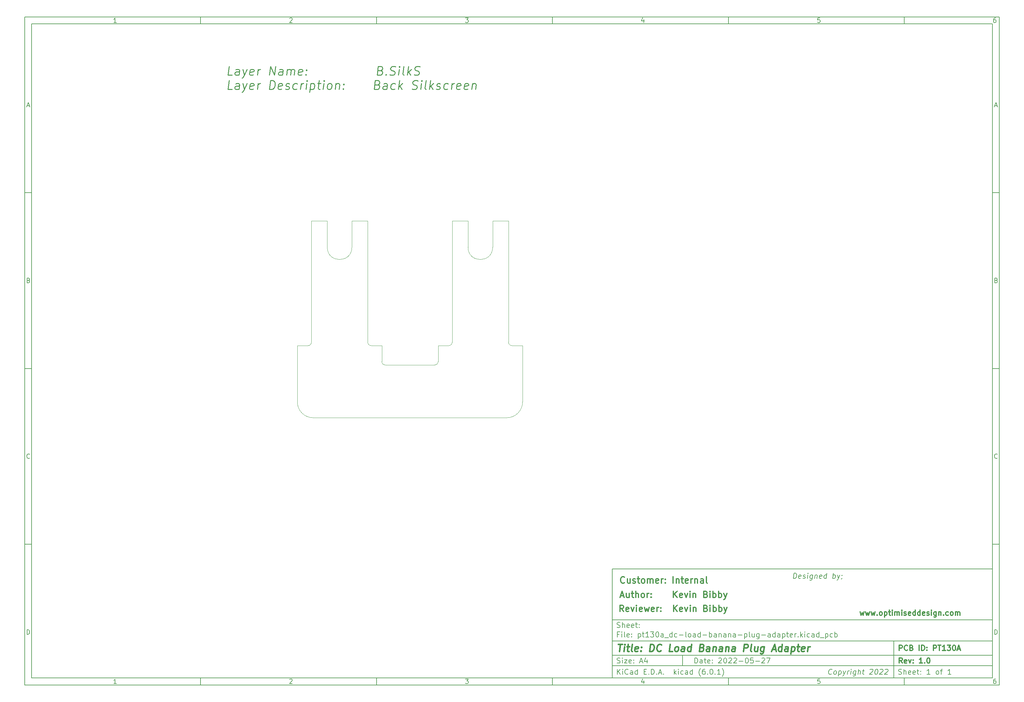
<source format=gbr>
%TF.GenerationSoftware,KiCad,Pcbnew,(6.0.1)*%
%TF.CreationDate,2022-05-27T18:48:01+01:00*%
%TF.ProjectId,pt130a_dc-load-banana-plug-adapter,70743133-3061-45f6-9463-2d6c6f61642d,1.0*%
%TF.SameCoordinates,PX53724e0PY7641700*%
%TF.FileFunction,Legend,Bot*%
%TF.FilePolarity,Positive*%
%FSLAX46Y46*%
G04 Gerber Fmt 4.6, Leading zero omitted, Abs format (unit mm)*
G04 Created by KiCad (PCBNEW (6.0.1)) date 2022-05-27 18:48:01*
%MOMM*%
%LPD*%
G01*
G04 APERTURE LIST*
%ADD10C,0.100000*%
%ADD11C,0.150000*%
%ADD12C,0.300000*%
%ADD13C,0.400000*%
%ADD14C,0.360000*%
%TA.AperFunction,Profile*%
%ADD15C,0.050000*%
%TD*%
%ADD16C,0.250000*%
G04 APERTURE END LIST*
D10*
D11*
X89502200Y-43007200D02*
X89502200Y-74007200D01*
X197502200Y-74007200D01*
X197502200Y-43007200D01*
X89502200Y-43007200D01*
D10*
D11*
X-77500000Y114000000D02*
X-77500000Y-76007200D01*
X199502200Y-76007200D01*
X199502200Y114000000D01*
X-77500000Y114000000D01*
D10*
D11*
X-75500000Y112000000D02*
X-75500000Y-74007200D01*
X197502200Y-74007200D01*
X197502200Y112000000D01*
X-75500000Y112000000D01*
D10*
D11*
X-27500000Y112000000D02*
X-27500000Y114000000D01*
D10*
D11*
X22500000Y112000000D02*
X22500000Y114000000D01*
D10*
D11*
X72500000Y112000000D02*
X72500000Y114000000D01*
D10*
D11*
X122500000Y112000000D02*
X122500000Y114000000D01*
D10*
D11*
X172500000Y112000000D02*
X172500000Y114000000D01*
D10*
D11*
X-51434524Y112411905D02*
X-52177381Y112411905D01*
X-51805953Y112411905D02*
X-51805953Y113711905D01*
X-51929762Y113526191D01*
X-52053572Y113402381D01*
X-52177381Y113340477D01*
D10*
D11*
X-2177381Y113588096D02*
X-2115477Y113650000D01*
X-1991667Y113711905D01*
X-1682143Y113711905D01*
X-1558334Y113650000D01*
X-1496429Y113588096D01*
X-1434524Y113464286D01*
X-1434524Y113340477D01*
X-1496429Y113154762D01*
X-2239286Y112411905D01*
X-1434524Y112411905D01*
D10*
D11*
X47760714Y113711905D02*
X48565476Y113711905D01*
X48132142Y113216667D01*
X48317857Y113216667D01*
X48441666Y113154762D01*
X48503571Y113092858D01*
X48565476Y112969048D01*
X48565476Y112659524D01*
X48503571Y112535715D01*
X48441666Y112473810D01*
X48317857Y112411905D01*
X47946428Y112411905D01*
X47822619Y112473810D01*
X47760714Y112535715D01*
D10*
D11*
X98441666Y113278572D02*
X98441666Y112411905D01*
X98132142Y113773810D02*
X97822619Y112845239D01*
X98627380Y112845239D01*
D10*
D11*
X148503571Y113711905D02*
X147884523Y113711905D01*
X147822619Y113092858D01*
X147884523Y113154762D01*
X148008333Y113216667D01*
X148317857Y113216667D01*
X148441666Y113154762D01*
X148503571Y113092858D01*
X148565476Y112969048D01*
X148565476Y112659524D01*
X148503571Y112535715D01*
X148441666Y112473810D01*
X148317857Y112411905D01*
X148008333Y112411905D01*
X147884523Y112473810D01*
X147822619Y112535715D01*
D10*
D11*
X198441666Y113711905D02*
X198194047Y113711905D01*
X198070238Y113650000D01*
X198008333Y113588096D01*
X197884523Y113402381D01*
X197822619Y113154762D01*
X197822619Y112659524D01*
X197884523Y112535715D01*
X197946428Y112473810D01*
X198070238Y112411905D01*
X198317857Y112411905D01*
X198441666Y112473810D01*
X198503571Y112535715D01*
X198565476Y112659524D01*
X198565476Y112969048D01*
X198503571Y113092858D01*
X198441666Y113154762D01*
X198317857Y113216667D01*
X198070238Y113216667D01*
X197946428Y113154762D01*
X197884523Y113092858D01*
X197822619Y112969048D01*
D10*
D11*
X-27500000Y-74007200D02*
X-27500000Y-76007200D01*
D10*
D11*
X22500000Y-74007200D02*
X22500000Y-76007200D01*
D10*
D11*
X72500000Y-74007200D02*
X72500000Y-76007200D01*
D10*
D11*
X122500000Y-74007200D02*
X122500000Y-76007200D01*
D10*
D11*
X172500000Y-74007200D02*
X172500000Y-76007200D01*
D10*
D11*
X-51434524Y-75595295D02*
X-52177381Y-75595295D01*
X-51805953Y-75595295D02*
X-51805953Y-74295295D01*
X-51929762Y-74481009D01*
X-52053572Y-74604819D01*
X-52177381Y-74666723D01*
D10*
D11*
X-2177381Y-74419104D02*
X-2115477Y-74357200D01*
X-1991667Y-74295295D01*
X-1682143Y-74295295D01*
X-1558334Y-74357200D01*
X-1496429Y-74419104D01*
X-1434524Y-74542914D01*
X-1434524Y-74666723D01*
X-1496429Y-74852438D01*
X-2239286Y-75595295D01*
X-1434524Y-75595295D01*
D10*
D11*
X47760714Y-74295295D02*
X48565476Y-74295295D01*
X48132142Y-74790533D01*
X48317857Y-74790533D01*
X48441666Y-74852438D01*
X48503571Y-74914342D01*
X48565476Y-75038152D01*
X48565476Y-75347676D01*
X48503571Y-75471485D01*
X48441666Y-75533390D01*
X48317857Y-75595295D01*
X47946428Y-75595295D01*
X47822619Y-75533390D01*
X47760714Y-75471485D01*
D10*
D11*
X98441666Y-74728628D02*
X98441666Y-75595295D01*
X98132142Y-74233390D02*
X97822619Y-75161961D01*
X98627380Y-75161961D01*
D10*
D11*
X148503571Y-74295295D02*
X147884523Y-74295295D01*
X147822619Y-74914342D01*
X147884523Y-74852438D01*
X148008333Y-74790533D01*
X148317857Y-74790533D01*
X148441666Y-74852438D01*
X148503571Y-74914342D01*
X148565476Y-75038152D01*
X148565476Y-75347676D01*
X148503571Y-75471485D01*
X148441666Y-75533390D01*
X148317857Y-75595295D01*
X148008333Y-75595295D01*
X147884523Y-75533390D01*
X147822619Y-75471485D01*
D10*
D11*
X198441666Y-74295295D02*
X198194047Y-74295295D01*
X198070238Y-74357200D01*
X198008333Y-74419104D01*
X197884523Y-74604819D01*
X197822619Y-74852438D01*
X197822619Y-75347676D01*
X197884523Y-75471485D01*
X197946428Y-75533390D01*
X198070238Y-75595295D01*
X198317857Y-75595295D01*
X198441666Y-75533390D01*
X198503571Y-75471485D01*
X198565476Y-75347676D01*
X198565476Y-75038152D01*
X198503571Y-74914342D01*
X198441666Y-74852438D01*
X198317857Y-74790533D01*
X198070238Y-74790533D01*
X197946428Y-74852438D01*
X197884523Y-74914342D01*
X197822619Y-75038152D01*
D10*
D11*
X-77500000Y64000000D02*
X-75500000Y64000000D01*
D10*
D11*
X-77500000Y14000000D02*
X-75500000Y14000000D01*
D10*
D11*
X-77500000Y-36000000D02*
X-75500000Y-36000000D01*
D10*
D11*
X-76809524Y88783334D02*
X-76190477Y88783334D01*
X-76933334Y88411905D02*
X-76500000Y89711905D01*
X-76066667Y88411905D01*
D10*
D11*
X-76407143Y39092858D02*
X-76221429Y39030953D01*
X-76159524Y38969048D01*
X-76097620Y38845239D01*
X-76097620Y38659524D01*
X-76159524Y38535715D01*
X-76221429Y38473810D01*
X-76345239Y38411905D01*
X-76840477Y38411905D01*
X-76840477Y39711905D01*
X-76407143Y39711905D01*
X-76283334Y39650000D01*
X-76221429Y39588096D01*
X-76159524Y39464286D01*
X-76159524Y39340477D01*
X-76221429Y39216667D01*
X-76283334Y39154762D01*
X-76407143Y39092858D01*
X-76840477Y39092858D01*
D10*
D11*
X-76097620Y-11464285D02*
X-76159524Y-11526190D01*
X-76345239Y-11588095D01*
X-76469048Y-11588095D01*
X-76654762Y-11526190D01*
X-76778572Y-11402380D01*
X-76840477Y-11278571D01*
X-76902381Y-11030952D01*
X-76902381Y-10845238D01*
X-76840477Y-10597619D01*
X-76778572Y-10473809D01*
X-76654762Y-10350000D01*
X-76469048Y-10288095D01*
X-76345239Y-10288095D01*
X-76159524Y-10350000D01*
X-76097620Y-10411904D01*
D10*
D11*
X-76840477Y-61588095D02*
X-76840477Y-60288095D01*
X-76530953Y-60288095D01*
X-76345239Y-60350000D01*
X-76221429Y-60473809D01*
X-76159524Y-60597619D01*
X-76097620Y-60845238D01*
X-76097620Y-61030952D01*
X-76159524Y-61278571D01*
X-76221429Y-61402380D01*
X-76345239Y-61526190D01*
X-76530953Y-61588095D01*
X-76840477Y-61588095D01*
D10*
D11*
X199502200Y64000000D02*
X197502200Y64000000D01*
D10*
D11*
X199502200Y14000000D02*
X197502200Y14000000D01*
D10*
D11*
X199502200Y-36000000D02*
X197502200Y-36000000D01*
D10*
D11*
X198192676Y88783334D02*
X198811723Y88783334D01*
X198068866Y88411905D02*
X198502200Y89711905D01*
X198935533Y88411905D01*
D10*
D11*
X198595057Y39092858D02*
X198780771Y39030953D01*
X198842676Y38969048D01*
X198904580Y38845239D01*
X198904580Y38659524D01*
X198842676Y38535715D01*
X198780771Y38473810D01*
X198656961Y38411905D01*
X198161723Y38411905D01*
X198161723Y39711905D01*
X198595057Y39711905D01*
X198718866Y39650000D01*
X198780771Y39588096D01*
X198842676Y39464286D01*
X198842676Y39340477D01*
X198780771Y39216667D01*
X198718866Y39154762D01*
X198595057Y39092858D01*
X198161723Y39092858D01*
D10*
D11*
X198904580Y-11464285D02*
X198842676Y-11526190D01*
X198656961Y-11588095D01*
X198533152Y-11588095D01*
X198347438Y-11526190D01*
X198223628Y-11402380D01*
X198161723Y-11278571D01*
X198099819Y-11030952D01*
X198099819Y-10845238D01*
X198161723Y-10597619D01*
X198223628Y-10473809D01*
X198347438Y-10350000D01*
X198533152Y-10288095D01*
X198656961Y-10288095D01*
X198842676Y-10350000D01*
X198904580Y-10411904D01*
D10*
D11*
X198161723Y-61588095D02*
X198161723Y-60288095D01*
X198471247Y-60288095D01*
X198656961Y-60350000D01*
X198780771Y-60473809D01*
X198842676Y-60597619D01*
X198904580Y-60845238D01*
X198904580Y-61030952D01*
X198842676Y-61278571D01*
X198780771Y-61402380D01*
X198656961Y-61526190D01*
X198471247Y-61588095D01*
X198161723Y-61588095D01*
D10*
D11*
X112934342Y-69785771D02*
X112934342Y-68285771D01*
X113291485Y-68285771D01*
X113505771Y-68357200D01*
X113648628Y-68500057D01*
X113720057Y-68642914D01*
X113791485Y-68928628D01*
X113791485Y-69142914D01*
X113720057Y-69428628D01*
X113648628Y-69571485D01*
X113505771Y-69714342D01*
X113291485Y-69785771D01*
X112934342Y-69785771D01*
X115077200Y-69785771D02*
X115077200Y-69000057D01*
X115005771Y-68857200D01*
X114862914Y-68785771D01*
X114577200Y-68785771D01*
X114434342Y-68857200D01*
X115077200Y-69714342D02*
X114934342Y-69785771D01*
X114577200Y-69785771D01*
X114434342Y-69714342D01*
X114362914Y-69571485D01*
X114362914Y-69428628D01*
X114434342Y-69285771D01*
X114577200Y-69214342D01*
X114934342Y-69214342D01*
X115077200Y-69142914D01*
X115577200Y-68785771D02*
X116148628Y-68785771D01*
X115791485Y-68285771D02*
X115791485Y-69571485D01*
X115862914Y-69714342D01*
X116005771Y-69785771D01*
X116148628Y-69785771D01*
X117220057Y-69714342D02*
X117077200Y-69785771D01*
X116791485Y-69785771D01*
X116648628Y-69714342D01*
X116577200Y-69571485D01*
X116577200Y-69000057D01*
X116648628Y-68857200D01*
X116791485Y-68785771D01*
X117077200Y-68785771D01*
X117220057Y-68857200D01*
X117291485Y-69000057D01*
X117291485Y-69142914D01*
X116577200Y-69285771D01*
X117934342Y-69642914D02*
X118005771Y-69714342D01*
X117934342Y-69785771D01*
X117862914Y-69714342D01*
X117934342Y-69642914D01*
X117934342Y-69785771D01*
X117934342Y-68857200D02*
X118005771Y-68928628D01*
X117934342Y-69000057D01*
X117862914Y-68928628D01*
X117934342Y-68857200D01*
X117934342Y-69000057D01*
X119720057Y-68428628D02*
X119791485Y-68357200D01*
X119934342Y-68285771D01*
X120291485Y-68285771D01*
X120434342Y-68357200D01*
X120505771Y-68428628D01*
X120577200Y-68571485D01*
X120577200Y-68714342D01*
X120505771Y-68928628D01*
X119648628Y-69785771D01*
X120577200Y-69785771D01*
X121505771Y-68285771D02*
X121648628Y-68285771D01*
X121791485Y-68357200D01*
X121862914Y-68428628D01*
X121934342Y-68571485D01*
X122005771Y-68857200D01*
X122005771Y-69214342D01*
X121934342Y-69500057D01*
X121862914Y-69642914D01*
X121791485Y-69714342D01*
X121648628Y-69785771D01*
X121505771Y-69785771D01*
X121362914Y-69714342D01*
X121291485Y-69642914D01*
X121220057Y-69500057D01*
X121148628Y-69214342D01*
X121148628Y-68857200D01*
X121220057Y-68571485D01*
X121291485Y-68428628D01*
X121362914Y-68357200D01*
X121505771Y-68285771D01*
X122577200Y-68428628D02*
X122648628Y-68357200D01*
X122791485Y-68285771D01*
X123148628Y-68285771D01*
X123291485Y-68357200D01*
X123362914Y-68428628D01*
X123434342Y-68571485D01*
X123434342Y-68714342D01*
X123362914Y-68928628D01*
X122505771Y-69785771D01*
X123434342Y-69785771D01*
X124005771Y-68428628D02*
X124077200Y-68357200D01*
X124220057Y-68285771D01*
X124577200Y-68285771D01*
X124720057Y-68357200D01*
X124791485Y-68428628D01*
X124862914Y-68571485D01*
X124862914Y-68714342D01*
X124791485Y-68928628D01*
X123934342Y-69785771D01*
X124862914Y-69785771D01*
X125505771Y-69214342D02*
X126648628Y-69214342D01*
X127648628Y-68285771D02*
X127791485Y-68285771D01*
X127934342Y-68357200D01*
X128005771Y-68428628D01*
X128077200Y-68571485D01*
X128148628Y-68857200D01*
X128148628Y-69214342D01*
X128077200Y-69500057D01*
X128005771Y-69642914D01*
X127934342Y-69714342D01*
X127791485Y-69785771D01*
X127648628Y-69785771D01*
X127505771Y-69714342D01*
X127434342Y-69642914D01*
X127362914Y-69500057D01*
X127291485Y-69214342D01*
X127291485Y-68857200D01*
X127362914Y-68571485D01*
X127434342Y-68428628D01*
X127505771Y-68357200D01*
X127648628Y-68285771D01*
X129505771Y-68285771D02*
X128791485Y-68285771D01*
X128720057Y-69000057D01*
X128791485Y-68928628D01*
X128934342Y-68857200D01*
X129291485Y-68857200D01*
X129434342Y-68928628D01*
X129505771Y-69000057D01*
X129577200Y-69142914D01*
X129577200Y-69500057D01*
X129505771Y-69642914D01*
X129434342Y-69714342D01*
X129291485Y-69785771D01*
X128934342Y-69785771D01*
X128791485Y-69714342D01*
X128720057Y-69642914D01*
X130220057Y-69214342D02*
X131362914Y-69214342D01*
X132005771Y-68428628D02*
X132077200Y-68357200D01*
X132220057Y-68285771D01*
X132577200Y-68285771D01*
X132720057Y-68357200D01*
X132791485Y-68428628D01*
X132862914Y-68571485D01*
X132862914Y-68714342D01*
X132791485Y-68928628D01*
X131934342Y-69785771D01*
X132862914Y-69785771D01*
X133362914Y-68285771D02*
X134362914Y-68285771D01*
X133720057Y-69785771D01*
D10*
D11*
X89502200Y-70507200D02*
X197502200Y-70507200D01*
D10*
D11*
X90934342Y-72985771D02*
X90934342Y-71485771D01*
X91791485Y-72985771D02*
X91148628Y-72128628D01*
X91791485Y-71485771D02*
X90934342Y-72342914D01*
X92434342Y-72985771D02*
X92434342Y-71985771D01*
X92434342Y-71485771D02*
X92362914Y-71557200D01*
X92434342Y-71628628D01*
X92505771Y-71557200D01*
X92434342Y-71485771D01*
X92434342Y-71628628D01*
X94005771Y-72842914D02*
X93934342Y-72914342D01*
X93720057Y-72985771D01*
X93577200Y-72985771D01*
X93362914Y-72914342D01*
X93220057Y-72771485D01*
X93148628Y-72628628D01*
X93077200Y-72342914D01*
X93077200Y-72128628D01*
X93148628Y-71842914D01*
X93220057Y-71700057D01*
X93362914Y-71557200D01*
X93577200Y-71485771D01*
X93720057Y-71485771D01*
X93934342Y-71557200D01*
X94005771Y-71628628D01*
X95291485Y-72985771D02*
X95291485Y-72200057D01*
X95220057Y-72057200D01*
X95077200Y-71985771D01*
X94791485Y-71985771D01*
X94648628Y-72057200D01*
X95291485Y-72914342D02*
X95148628Y-72985771D01*
X94791485Y-72985771D01*
X94648628Y-72914342D01*
X94577200Y-72771485D01*
X94577200Y-72628628D01*
X94648628Y-72485771D01*
X94791485Y-72414342D01*
X95148628Y-72414342D01*
X95291485Y-72342914D01*
X96648628Y-72985771D02*
X96648628Y-71485771D01*
X96648628Y-72914342D02*
X96505771Y-72985771D01*
X96220057Y-72985771D01*
X96077200Y-72914342D01*
X96005771Y-72842914D01*
X95934342Y-72700057D01*
X95934342Y-72271485D01*
X96005771Y-72128628D01*
X96077200Y-72057200D01*
X96220057Y-71985771D01*
X96505771Y-71985771D01*
X96648628Y-72057200D01*
X98505771Y-72200057D02*
X99005771Y-72200057D01*
X99220057Y-72985771D02*
X98505771Y-72985771D01*
X98505771Y-71485771D01*
X99220057Y-71485771D01*
X99862914Y-72842914D02*
X99934342Y-72914342D01*
X99862914Y-72985771D01*
X99791485Y-72914342D01*
X99862914Y-72842914D01*
X99862914Y-72985771D01*
X100577200Y-72985771D02*
X100577200Y-71485771D01*
X100934342Y-71485771D01*
X101148628Y-71557200D01*
X101291485Y-71700057D01*
X101362914Y-71842914D01*
X101434342Y-72128628D01*
X101434342Y-72342914D01*
X101362914Y-72628628D01*
X101291485Y-72771485D01*
X101148628Y-72914342D01*
X100934342Y-72985771D01*
X100577200Y-72985771D01*
X102077200Y-72842914D02*
X102148628Y-72914342D01*
X102077200Y-72985771D01*
X102005771Y-72914342D01*
X102077200Y-72842914D01*
X102077200Y-72985771D01*
X102720057Y-72557200D02*
X103434342Y-72557200D01*
X102577200Y-72985771D02*
X103077200Y-71485771D01*
X103577200Y-72985771D01*
X104077200Y-72842914D02*
X104148628Y-72914342D01*
X104077200Y-72985771D01*
X104005771Y-72914342D01*
X104077200Y-72842914D01*
X104077200Y-72985771D01*
X107077200Y-72985771D02*
X107077200Y-71485771D01*
X107220057Y-72414342D02*
X107648628Y-72985771D01*
X107648628Y-71985771D02*
X107077200Y-72557200D01*
X108291485Y-72985771D02*
X108291485Y-71985771D01*
X108291485Y-71485771D02*
X108220057Y-71557200D01*
X108291485Y-71628628D01*
X108362914Y-71557200D01*
X108291485Y-71485771D01*
X108291485Y-71628628D01*
X109648628Y-72914342D02*
X109505771Y-72985771D01*
X109220057Y-72985771D01*
X109077200Y-72914342D01*
X109005771Y-72842914D01*
X108934342Y-72700057D01*
X108934342Y-72271485D01*
X109005771Y-72128628D01*
X109077200Y-72057200D01*
X109220057Y-71985771D01*
X109505771Y-71985771D01*
X109648628Y-72057200D01*
X110934342Y-72985771D02*
X110934342Y-72200057D01*
X110862914Y-72057200D01*
X110720057Y-71985771D01*
X110434342Y-71985771D01*
X110291485Y-72057200D01*
X110934342Y-72914342D02*
X110791485Y-72985771D01*
X110434342Y-72985771D01*
X110291485Y-72914342D01*
X110220057Y-72771485D01*
X110220057Y-72628628D01*
X110291485Y-72485771D01*
X110434342Y-72414342D01*
X110791485Y-72414342D01*
X110934342Y-72342914D01*
X112291485Y-72985771D02*
X112291485Y-71485771D01*
X112291485Y-72914342D02*
X112148628Y-72985771D01*
X111862914Y-72985771D01*
X111720057Y-72914342D01*
X111648628Y-72842914D01*
X111577200Y-72700057D01*
X111577200Y-72271485D01*
X111648628Y-72128628D01*
X111720057Y-72057200D01*
X111862914Y-71985771D01*
X112148628Y-71985771D01*
X112291485Y-72057200D01*
X114577200Y-73557200D02*
X114505771Y-73485771D01*
X114362914Y-73271485D01*
X114291485Y-73128628D01*
X114220057Y-72914342D01*
X114148628Y-72557200D01*
X114148628Y-72271485D01*
X114220057Y-71914342D01*
X114291485Y-71700057D01*
X114362914Y-71557200D01*
X114505771Y-71342914D01*
X114577200Y-71271485D01*
X115791485Y-71485771D02*
X115505771Y-71485771D01*
X115362914Y-71557200D01*
X115291485Y-71628628D01*
X115148628Y-71842914D01*
X115077200Y-72128628D01*
X115077200Y-72700057D01*
X115148628Y-72842914D01*
X115220057Y-72914342D01*
X115362914Y-72985771D01*
X115648628Y-72985771D01*
X115791485Y-72914342D01*
X115862914Y-72842914D01*
X115934342Y-72700057D01*
X115934342Y-72342914D01*
X115862914Y-72200057D01*
X115791485Y-72128628D01*
X115648628Y-72057200D01*
X115362914Y-72057200D01*
X115220057Y-72128628D01*
X115148628Y-72200057D01*
X115077200Y-72342914D01*
X116577200Y-72842914D02*
X116648628Y-72914342D01*
X116577200Y-72985771D01*
X116505771Y-72914342D01*
X116577200Y-72842914D01*
X116577200Y-72985771D01*
X117577200Y-71485771D02*
X117720057Y-71485771D01*
X117862914Y-71557200D01*
X117934342Y-71628628D01*
X118005771Y-71771485D01*
X118077200Y-72057200D01*
X118077200Y-72414342D01*
X118005771Y-72700057D01*
X117934342Y-72842914D01*
X117862914Y-72914342D01*
X117720057Y-72985771D01*
X117577200Y-72985771D01*
X117434342Y-72914342D01*
X117362914Y-72842914D01*
X117291485Y-72700057D01*
X117220057Y-72414342D01*
X117220057Y-72057200D01*
X117291485Y-71771485D01*
X117362914Y-71628628D01*
X117434342Y-71557200D01*
X117577200Y-71485771D01*
X118720057Y-72842914D02*
X118791485Y-72914342D01*
X118720057Y-72985771D01*
X118648628Y-72914342D01*
X118720057Y-72842914D01*
X118720057Y-72985771D01*
X120220057Y-72985771D02*
X119362914Y-72985771D01*
X119791485Y-72985771D02*
X119791485Y-71485771D01*
X119648628Y-71700057D01*
X119505771Y-71842914D01*
X119362914Y-71914342D01*
X120720057Y-73557200D02*
X120791485Y-73485771D01*
X120934342Y-73271485D01*
X121005771Y-73128628D01*
X121077200Y-72914342D01*
X121148628Y-72557200D01*
X121148628Y-72271485D01*
X121077200Y-71914342D01*
X121005771Y-71700057D01*
X120934342Y-71557200D01*
X120791485Y-71342914D01*
X120720057Y-71271485D01*
D10*
D11*
X89502000Y-67507000D02*
X197502000Y-67507000D01*
D10*
D11*
X151816271Y-72842914D02*
X151735914Y-72914342D01*
X151512700Y-72985771D01*
X151369842Y-72985771D01*
X151164485Y-72914342D01*
X151039485Y-72771485D01*
X150985914Y-72628628D01*
X150950200Y-72342914D01*
X150976985Y-72128628D01*
X151084128Y-71842914D01*
X151173414Y-71700057D01*
X151334128Y-71557200D01*
X151557342Y-71485771D01*
X151700200Y-71485771D01*
X151905557Y-71557200D01*
X151968057Y-71628628D01*
X152655557Y-72985771D02*
X152521628Y-72914342D01*
X152459128Y-72842914D01*
X152405557Y-72700057D01*
X152459128Y-72271485D01*
X152548414Y-72128628D01*
X152628771Y-72057200D01*
X152780557Y-71985771D01*
X152994842Y-71985771D01*
X153128771Y-72057200D01*
X153191271Y-72128628D01*
X153244842Y-72271485D01*
X153191271Y-72700057D01*
X153101985Y-72842914D01*
X153021628Y-72914342D01*
X152869842Y-72985771D01*
X152655557Y-72985771D01*
X153923414Y-71985771D02*
X153735914Y-73485771D01*
X153914485Y-72057200D02*
X154066271Y-71985771D01*
X154351985Y-71985771D01*
X154485914Y-72057200D01*
X154548414Y-72128628D01*
X154601985Y-72271485D01*
X154548414Y-72700057D01*
X154459128Y-72842914D01*
X154378771Y-72914342D01*
X154226985Y-72985771D01*
X153941271Y-72985771D01*
X153807342Y-72914342D01*
X155137700Y-71985771D02*
X155369842Y-72985771D01*
X155851985Y-71985771D02*
X155369842Y-72985771D01*
X155182342Y-73342914D01*
X155101985Y-73414342D01*
X154950200Y-73485771D01*
X156298414Y-72985771D02*
X156423414Y-71985771D01*
X156387700Y-72271485D02*
X156476985Y-72128628D01*
X156557342Y-72057200D01*
X156709128Y-71985771D01*
X156851985Y-71985771D01*
X157226985Y-72985771D02*
X157351985Y-71985771D01*
X157414485Y-71485771D02*
X157334128Y-71557200D01*
X157396628Y-71628628D01*
X157476985Y-71557200D01*
X157414485Y-71485771D01*
X157396628Y-71628628D01*
X158709128Y-71985771D02*
X158557342Y-73200057D01*
X158468057Y-73342914D01*
X158387700Y-73414342D01*
X158235914Y-73485771D01*
X158021628Y-73485771D01*
X157887700Y-73414342D01*
X158593057Y-72914342D02*
X158441271Y-72985771D01*
X158155557Y-72985771D01*
X158021628Y-72914342D01*
X157959128Y-72842914D01*
X157905557Y-72700057D01*
X157959128Y-72271485D01*
X158048414Y-72128628D01*
X158128771Y-72057200D01*
X158280557Y-71985771D01*
X158566271Y-71985771D01*
X158700200Y-72057200D01*
X159298414Y-72985771D02*
X159485914Y-71485771D01*
X159941271Y-72985771D02*
X160039485Y-72200057D01*
X159985914Y-72057200D01*
X159851985Y-71985771D01*
X159637700Y-71985771D01*
X159485914Y-72057200D01*
X159405557Y-72128628D01*
X160566271Y-71985771D02*
X161137700Y-71985771D01*
X160843057Y-71485771D02*
X160682342Y-72771485D01*
X160735914Y-72914342D01*
X160869842Y-72985771D01*
X161012700Y-72985771D01*
X162753771Y-71628628D02*
X162834128Y-71557200D01*
X162985914Y-71485771D01*
X163343057Y-71485771D01*
X163476985Y-71557200D01*
X163539485Y-71628628D01*
X163593057Y-71771485D01*
X163575200Y-71914342D01*
X163476985Y-72128628D01*
X162512700Y-72985771D01*
X163441271Y-72985771D01*
X164557342Y-71485771D02*
X164700200Y-71485771D01*
X164834128Y-71557200D01*
X164896628Y-71628628D01*
X164950200Y-71771485D01*
X164985914Y-72057200D01*
X164941271Y-72414342D01*
X164834128Y-72700057D01*
X164744842Y-72842914D01*
X164664485Y-72914342D01*
X164512700Y-72985771D01*
X164369842Y-72985771D01*
X164235914Y-72914342D01*
X164173414Y-72842914D01*
X164119842Y-72700057D01*
X164084128Y-72414342D01*
X164128771Y-72057200D01*
X164235914Y-71771485D01*
X164325200Y-71628628D01*
X164405557Y-71557200D01*
X164557342Y-71485771D01*
X165610914Y-71628628D02*
X165691271Y-71557200D01*
X165843057Y-71485771D01*
X166200200Y-71485771D01*
X166334128Y-71557200D01*
X166396628Y-71628628D01*
X166450200Y-71771485D01*
X166432342Y-71914342D01*
X166334128Y-72128628D01*
X165369842Y-72985771D01*
X166298414Y-72985771D01*
X167039485Y-71628628D02*
X167119842Y-71557200D01*
X167271628Y-71485771D01*
X167628771Y-71485771D01*
X167762700Y-71557200D01*
X167825200Y-71628628D01*
X167878771Y-71771485D01*
X167860914Y-71914342D01*
X167762700Y-72128628D01*
X166798414Y-72985771D01*
X167726985Y-72985771D01*
D10*
D12*
X171052342Y-66185771D02*
X171052342Y-64685771D01*
X171623771Y-64685771D01*
X171766628Y-64757200D01*
X171838057Y-64828628D01*
X171909485Y-64971485D01*
X171909485Y-65185771D01*
X171838057Y-65328628D01*
X171766628Y-65400057D01*
X171623771Y-65471485D01*
X171052342Y-65471485D01*
X173409485Y-66042914D02*
X173338057Y-66114342D01*
X173123771Y-66185771D01*
X172980914Y-66185771D01*
X172766628Y-66114342D01*
X172623771Y-65971485D01*
X172552342Y-65828628D01*
X172480914Y-65542914D01*
X172480914Y-65328628D01*
X172552342Y-65042914D01*
X172623771Y-64900057D01*
X172766628Y-64757200D01*
X172980914Y-64685771D01*
X173123771Y-64685771D01*
X173338057Y-64757200D01*
X173409485Y-64828628D01*
X174552342Y-65400057D02*
X174766628Y-65471485D01*
X174838057Y-65542914D01*
X174909485Y-65685771D01*
X174909485Y-65900057D01*
X174838057Y-66042914D01*
X174766628Y-66114342D01*
X174623771Y-66185771D01*
X174052342Y-66185771D01*
X174052342Y-64685771D01*
X174552342Y-64685771D01*
X174695200Y-64757200D01*
X174766628Y-64828628D01*
X174838057Y-64971485D01*
X174838057Y-65114342D01*
X174766628Y-65257200D01*
X174695200Y-65328628D01*
X174552342Y-65400057D01*
X174052342Y-65400057D01*
X176695200Y-66185771D02*
X176695200Y-64685771D01*
X177409485Y-66185771D02*
X177409485Y-64685771D01*
X177766628Y-64685771D01*
X177980914Y-64757200D01*
X178123771Y-64900057D01*
X178195200Y-65042914D01*
X178266628Y-65328628D01*
X178266628Y-65542914D01*
X178195200Y-65828628D01*
X178123771Y-65971485D01*
X177980914Y-66114342D01*
X177766628Y-66185771D01*
X177409485Y-66185771D01*
X178909485Y-66042914D02*
X178980914Y-66114342D01*
X178909485Y-66185771D01*
X178838057Y-66114342D01*
X178909485Y-66042914D01*
X178909485Y-66185771D01*
X178909485Y-65257200D02*
X178980914Y-65328628D01*
X178909485Y-65400057D01*
X178838057Y-65328628D01*
X178909485Y-65257200D01*
X178909485Y-65400057D01*
X180766628Y-66185771D02*
X180766628Y-64685771D01*
X181338057Y-64685771D01*
X181480914Y-64757200D01*
X181552342Y-64828628D01*
X181623771Y-64971485D01*
X181623771Y-65185771D01*
X181552342Y-65328628D01*
X181480914Y-65400057D01*
X181338057Y-65471485D01*
X180766628Y-65471485D01*
X182052342Y-64685771D02*
X182909485Y-64685771D01*
X182480914Y-66185771D02*
X182480914Y-64685771D01*
X184195200Y-66185771D02*
X183338057Y-66185771D01*
X183766628Y-66185771D02*
X183766628Y-64685771D01*
X183623771Y-64900057D01*
X183480914Y-65042914D01*
X183338057Y-65114342D01*
X184695200Y-64685771D02*
X185623771Y-64685771D01*
X185123771Y-65257200D01*
X185338057Y-65257200D01*
X185480914Y-65328628D01*
X185552342Y-65400057D01*
X185623771Y-65542914D01*
X185623771Y-65900057D01*
X185552342Y-66042914D01*
X185480914Y-66114342D01*
X185338057Y-66185771D01*
X184909485Y-66185771D01*
X184766628Y-66114342D01*
X184695200Y-66042914D01*
X186552342Y-64685771D02*
X186695200Y-64685771D01*
X186838057Y-64757200D01*
X186909485Y-64828628D01*
X186980914Y-64971485D01*
X187052342Y-65257200D01*
X187052342Y-65614342D01*
X186980914Y-65900057D01*
X186909485Y-66042914D01*
X186838057Y-66114342D01*
X186695200Y-66185771D01*
X186552342Y-66185771D01*
X186409485Y-66114342D01*
X186338057Y-66042914D01*
X186266628Y-65900057D01*
X186195200Y-65614342D01*
X186195200Y-65257200D01*
X186266628Y-64971485D01*
X186338057Y-64828628D01*
X186409485Y-64757200D01*
X186552342Y-64685771D01*
X187623771Y-65757200D02*
X188338057Y-65757200D01*
X187480914Y-66185771D02*
X187980914Y-64685771D01*
X188480914Y-66185771D01*
D10*
D12*
X171911285Y-69785571D02*
X171411285Y-69071285D01*
X171054142Y-69785571D02*
X171054142Y-68285571D01*
X171625571Y-68285571D01*
X171768428Y-68357000D01*
X171839857Y-68428428D01*
X171911285Y-68571285D01*
X171911285Y-68785571D01*
X171839857Y-68928428D01*
X171768428Y-68999857D01*
X171625571Y-69071285D01*
X171054142Y-69071285D01*
X173125571Y-69714142D02*
X172982714Y-69785571D01*
X172697000Y-69785571D01*
X172554142Y-69714142D01*
X172482714Y-69571285D01*
X172482714Y-68999857D01*
X172554142Y-68857000D01*
X172697000Y-68785571D01*
X172982714Y-68785571D01*
X173125571Y-68857000D01*
X173197000Y-68999857D01*
X173197000Y-69142714D01*
X172482714Y-69285571D01*
X173697000Y-68785571D02*
X174054142Y-69785571D01*
X174411285Y-68785571D01*
X174982714Y-69642714D02*
X175054142Y-69714142D01*
X174982714Y-69785571D01*
X174911285Y-69714142D01*
X174982714Y-69642714D01*
X174982714Y-69785571D01*
X174982714Y-68857000D02*
X175054142Y-68928428D01*
X174982714Y-68999857D01*
X174911285Y-68928428D01*
X174982714Y-68857000D01*
X174982714Y-68999857D01*
X177625571Y-69785571D02*
X176768428Y-69785571D01*
X177197000Y-69785571D02*
X177197000Y-68285571D01*
X177054142Y-68499857D01*
X176911285Y-68642714D01*
X176768428Y-68714142D01*
X178268428Y-69642714D02*
X178339857Y-69714142D01*
X178268428Y-69785571D01*
X178197000Y-69714142D01*
X178268428Y-69642714D01*
X178268428Y-69785571D01*
X179268428Y-68285571D02*
X179411285Y-68285571D01*
X179554142Y-68357000D01*
X179625571Y-68428428D01*
X179697000Y-68571285D01*
X179768428Y-68857000D01*
X179768428Y-69214142D01*
X179697000Y-69499857D01*
X179625571Y-69642714D01*
X179554142Y-69714142D01*
X179411285Y-69785571D01*
X179268428Y-69785571D01*
X179125571Y-69714142D01*
X179054142Y-69642714D01*
X178982714Y-69499857D01*
X178911285Y-69214142D01*
X178911285Y-68857000D01*
X178982714Y-68571285D01*
X179054142Y-68428428D01*
X179125571Y-68357000D01*
X179268428Y-68285571D01*
D10*
D11*
X90862914Y-69714342D02*
X91077200Y-69785771D01*
X91434342Y-69785771D01*
X91577200Y-69714342D01*
X91648628Y-69642914D01*
X91720057Y-69500057D01*
X91720057Y-69357200D01*
X91648628Y-69214342D01*
X91577200Y-69142914D01*
X91434342Y-69071485D01*
X91148628Y-69000057D01*
X91005771Y-68928628D01*
X90934342Y-68857200D01*
X90862914Y-68714342D01*
X90862914Y-68571485D01*
X90934342Y-68428628D01*
X91005771Y-68357200D01*
X91148628Y-68285771D01*
X91505771Y-68285771D01*
X91720057Y-68357200D01*
X92362914Y-69785771D02*
X92362914Y-68785771D01*
X92362914Y-68285771D02*
X92291485Y-68357200D01*
X92362914Y-68428628D01*
X92434342Y-68357200D01*
X92362914Y-68285771D01*
X92362914Y-68428628D01*
X92934342Y-68785771D02*
X93720057Y-68785771D01*
X92934342Y-69785771D01*
X93720057Y-69785771D01*
X94862914Y-69714342D02*
X94720057Y-69785771D01*
X94434342Y-69785771D01*
X94291485Y-69714342D01*
X94220057Y-69571485D01*
X94220057Y-69000057D01*
X94291485Y-68857200D01*
X94434342Y-68785771D01*
X94720057Y-68785771D01*
X94862914Y-68857200D01*
X94934342Y-69000057D01*
X94934342Y-69142914D01*
X94220057Y-69285771D01*
X95577200Y-69642914D02*
X95648628Y-69714342D01*
X95577200Y-69785771D01*
X95505771Y-69714342D01*
X95577200Y-69642914D01*
X95577200Y-69785771D01*
X95577200Y-68857200D02*
X95648628Y-68928628D01*
X95577200Y-69000057D01*
X95505771Y-68928628D01*
X95577200Y-68857200D01*
X95577200Y-69000057D01*
X97362914Y-69357200D02*
X98077200Y-69357200D01*
X97220057Y-69785771D02*
X97720057Y-68285771D01*
X98220057Y-69785771D01*
X99362914Y-68785771D02*
X99362914Y-69785771D01*
X99005771Y-68214342D02*
X98648628Y-69285771D01*
X99577200Y-69285771D01*
D10*
D11*
X170862914Y-72914342D02*
X171077200Y-72985771D01*
X171434342Y-72985771D01*
X171577200Y-72914342D01*
X171648628Y-72842914D01*
X171720057Y-72700057D01*
X171720057Y-72557200D01*
X171648628Y-72414342D01*
X171577200Y-72342914D01*
X171434342Y-72271485D01*
X171148628Y-72200057D01*
X171005771Y-72128628D01*
X170934342Y-72057200D01*
X170862914Y-71914342D01*
X170862914Y-71771485D01*
X170934342Y-71628628D01*
X171005771Y-71557200D01*
X171148628Y-71485771D01*
X171505771Y-71485771D01*
X171720057Y-71557200D01*
X172362914Y-72985771D02*
X172362914Y-71485771D01*
X173005771Y-72985771D02*
X173005771Y-72200057D01*
X172934342Y-72057200D01*
X172791485Y-71985771D01*
X172577200Y-71985771D01*
X172434342Y-72057200D01*
X172362914Y-72128628D01*
X174291485Y-72914342D02*
X174148628Y-72985771D01*
X173862914Y-72985771D01*
X173720057Y-72914342D01*
X173648628Y-72771485D01*
X173648628Y-72200057D01*
X173720057Y-72057200D01*
X173862914Y-71985771D01*
X174148628Y-71985771D01*
X174291485Y-72057200D01*
X174362914Y-72200057D01*
X174362914Y-72342914D01*
X173648628Y-72485771D01*
X175577200Y-72914342D02*
X175434342Y-72985771D01*
X175148628Y-72985771D01*
X175005771Y-72914342D01*
X174934342Y-72771485D01*
X174934342Y-72200057D01*
X175005771Y-72057200D01*
X175148628Y-71985771D01*
X175434342Y-71985771D01*
X175577200Y-72057200D01*
X175648628Y-72200057D01*
X175648628Y-72342914D01*
X174934342Y-72485771D01*
X176077200Y-71985771D02*
X176648628Y-71985771D01*
X176291485Y-71485771D02*
X176291485Y-72771485D01*
X176362914Y-72914342D01*
X176505771Y-72985771D01*
X176648628Y-72985771D01*
X177148628Y-72842914D02*
X177220057Y-72914342D01*
X177148628Y-72985771D01*
X177077200Y-72914342D01*
X177148628Y-72842914D01*
X177148628Y-72985771D01*
X177148628Y-72057200D02*
X177220057Y-72128628D01*
X177148628Y-72200057D01*
X177077200Y-72128628D01*
X177148628Y-72057200D01*
X177148628Y-72200057D01*
X179791485Y-72985771D02*
X178934342Y-72985771D01*
X179362914Y-72985771D02*
X179362914Y-71485771D01*
X179220057Y-71700057D01*
X179077200Y-71842914D01*
X178934342Y-71914342D01*
X181791485Y-72985771D02*
X181648628Y-72914342D01*
X181577200Y-72842914D01*
X181505771Y-72700057D01*
X181505771Y-72271485D01*
X181577200Y-72128628D01*
X181648628Y-72057200D01*
X181791485Y-71985771D01*
X182005771Y-71985771D01*
X182148628Y-72057200D01*
X182220057Y-72128628D01*
X182291485Y-72271485D01*
X182291485Y-72700057D01*
X182220057Y-72842914D01*
X182148628Y-72914342D01*
X182005771Y-72985771D01*
X181791485Y-72985771D01*
X182720057Y-71985771D02*
X183291485Y-71985771D01*
X182934342Y-72985771D02*
X182934342Y-71700057D01*
X183005771Y-71557200D01*
X183148628Y-71485771D01*
X183291485Y-71485771D01*
X185720057Y-72985771D02*
X184862914Y-72985771D01*
X185291485Y-72985771D02*
X185291485Y-71485771D01*
X185148628Y-71700057D01*
X185005771Y-71842914D01*
X184862914Y-71914342D01*
D10*
D11*
X89502200Y-63507200D02*
X197502200Y-63507200D01*
D10*
D13*
X91214580Y-64411961D02*
X92357438Y-64411961D01*
X91536009Y-66411961D02*
X91786009Y-64411961D01*
X92774104Y-66411961D02*
X92940771Y-65078628D01*
X93024104Y-64411961D02*
X92916961Y-64507200D01*
X93000295Y-64602438D01*
X93107438Y-64507200D01*
X93024104Y-64411961D01*
X93000295Y-64602438D01*
X93607438Y-65078628D02*
X94369342Y-65078628D01*
X93976485Y-64411961D02*
X93762200Y-66126247D01*
X93833628Y-66316723D01*
X94012200Y-66411961D01*
X94202676Y-66411961D01*
X95155057Y-66411961D02*
X94976485Y-66316723D01*
X94905057Y-66126247D01*
X95119342Y-64411961D01*
X96690771Y-66316723D02*
X96488390Y-66411961D01*
X96107438Y-66411961D01*
X95928866Y-66316723D01*
X95857438Y-66126247D01*
X95952676Y-65364342D01*
X96071723Y-65173866D01*
X96274104Y-65078628D01*
X96655057Y-65078628D01*
X96833628Y-65173866D01*
X96905057Y-65364342D01*
X96881247Y-65554819D01*
X95905057Y-65745295D01*
X97655057Y-66221485D02*
X97738390Y-66316723D01*
X97631247Y-66411961D01*
X97547914Y-66316723D01*
X97655057Y-66221485D01*
X97631247Y-66411961D01*
X97786009Y-65173866D02*
X97869342Y-65269104D01*
X97762200Y-65364342D01*
X97678866Y-65269104D01*
X97786009Y-65173866D01*
X97762200Y-65364342D01*
X100107438Y-66411961D02*
X100357438Y-64411961D01*
X100833628Y-64411961D01*
X101107438Y-64507200D01*
X101274104Y-64697676D01*
X101345533Y-64888152D01*
X101393152Y-65269104D01*
X101357438Y-65554819D01*
X101214580Y-65935771D01*
X101095533Y-66126247D01*
X100881247Y-66316723D01*
X100583628Y-66411961D01*
X100107438Y-66411961D01*
X103274104Y-66221485D02*
X103166961Y-66316723D01*
X102869342Y-66411961D01*
X102678866Y-66411961D01*
X102405057Y-66316723D01*
X102238390Y-66126247D01*
X102166961Y-65935771D01*
X102119342Y-65554819D01*
X102155057Y-65269104D01*
X102297914Y-64888152D01*
X102416961Y-64697676D01*
X102631247Y-64507200D01*
X102928866Y-64411961D01*
X103119342Y-64411961D01*
X103393152Y-64507200D01*
X103476485Y-64602438D01*
X106583628Y-66411961D02*
X105631247Y-66411961D01*
X105881247Y-64411961D01*
X107536009Y-66411961D02*
X107357438Y-66316723D01*
X107274104Y-66221485D01*
X107202676Y-66031009D01*
X107274104Y-65459580D01*
X107393152Y-65269104D01*
X107500295Y-65173866D01*
X107702676Y-65078628D01*
X107988390Y-65078628D01*
X108166961Y-65173866D01*
X108250295Y-65269104D01*
X108321723Y-65459580D01*
X108250295Y-66031009D01*
X108131247Y-66221485D01*
X108024104Y-66316723D01*
X107821723Y-66411961D01*
X107536009Y-66411961D01*
X109916961Y-66411961D02*
X110047914Y-65364342D01*
X109976485Y-65173866D01*
X109797914Y-65078628D01*
X109416961Y-65078628D01*
X109214580Y-65173866D01*
X109928866Y-66316723D02*
X109726485Y-66411961D01*
X109250295Y-66411961D01*
X109071723Y-66316723D01*
X109000295Y-66126247D01*
X109024104Y-65935771D01*
X109143152Y-65745295D01*
X109345533Y-65650057D01*
X109821723Y-65650057D01*
X110024104Y-65554819D01*
X111726485Y-66411961D02*
X111976485Y-64411961D01*
X111738390Y-66316723D02*
X111536009Y-66411961D01*
X111155057Y-66411961D01*
X110976485Y-66316723D01*
X110893152Y-66221485D01*
X110821723Y-66031009D01*
X110893152Y-65459580D01*
X111012200Y-65269104D01*
X111119342Y-65173866D01*
X111321723Y-65078628D01*
X111702676Y-65078628D01*
X111881247Y-65173866D01*
X115000295Y-65364342D02*
X115274104Y-65459580D01*
X115357438Y-65554819D01*
X115428866Y-65745295D01*
X115393152Y-66031009D01*
X115274104Y-66221485D01*
X115166961Y-66316723D01*
X114964580Y-66411961D01*
X114202676Y-66411961D01*
X114452676Y-64411961D01*
X115119342Y-64411961D01*
X115297914Y-64507200D01*
X115381247Y-64602438D01*
X115452676Y-64792914D01*
X115428866Y-64983390D01*
X115309819Y-65173866D01*
X115202676Y-65269104D01*
X115000295Y-65364342D01*
X114333628Y-65364342D01*
X117059819Y-66411961D02*
X117190771Y-65364342D01*
X117119342Y-65173866D01*
X116940771Y-65078628D01*
X116559819Y-65078628D01*
X116357438Y-65173866D01*
X117071723Y-66316723D02*
X116869342Y-66411961D01*
X116393152Y-66411961D01*
X116214580Y-66316723D01*
X116143152Y-66126247D01*
X116166961Y-65935771D01*
X116286009Y-65745295D01*
X116488390Y-65650057D01*
X116964580Y-65650057D01*
X117166961Y-65554819D01*
X118178866Y-65078628D02*
X118012200Y-66411961D01*
X118155057Y-65269104D02*
X118262200Y-65173866D01*
X118464580Y-65078628D01*
X118750295Y-65078628D01*
X118928866Y-65173866D01*
X119000295Y-65364342D01*
X118869342Y-66411961D01*
X120678866Y-66411961D02*
X120809819Y-65364342D01*
X120738390Y-65173866D01*
X120559819Y-65078628D01*
X120178866Y-65078628D01*
X119976485Y-65173866D01*
X120690771Y-66316723D02*
X120488390Y-66411961D01*
X120012200Y-66411961D01*
X119833628Y-66316723D01*
X119762200Y-66126247D01*
X119786009Y-65935771D01*
X119905057Y-65745295D01*
X120107438Y-65650057D01*
X120583628Y-65650057D01*
X120786009Y-65554819D01*
X121797914Y-65078628D02*
X121631247Y-66411961D01*
X121774104Y-65269104D02*
X121881247Y-65173866D01*
X122083628Y-65078628D01*
X122369342Y-65078628D01*
X122547914Y-65173866D01*
X122619342Y-65364342D01*
X122488390Y-66411961D01*
X124297914Y-66411961D02*
X124428866Y-65364342D01*
X124357438Y-65173866D01*
X124178866Y-65078628D01*
X123797914Y-65078628D01*
X123595533Y-65173866D01*
X124309819Y-66316723D02*
X124107438Y-66411961D01*
X123631247Y-66411961D01*
X123452676Y-66316723D01*
X123381247Y-66126247D01*
X123405057Y-65935771D01*
X123524104Y-65745295D01*
X123726485Y-65650057D01*
X124202676Y-65650057D01*
X124405057Y-65554819D01*
X126774104Y-66411961D02*
X127024104Y-64411961D01*
X127786009Y-64411961D01*
X127964580Y-64507200D01*
X128047914Y-64602438D01*
X128119342Y-64792914D01*
X128083628Y-65078628D01*
X127964580Y-65269104D01*
X127857438Y-65364342D01*
X127655057Y-65459580D01*
X126893152Y-65459580D01*
X129059819Y-66411961D02*
X128881247Y-66316723D01*
X128809819Y-66126247D01*
X129024104Y-64411961D01*
X130845533Y-65078628D02*
X130678866Y-66411961D01*
X129988390Y-65078628D02*
X129857438Y-66126247D01*
X129928866Y-66316723D01*
X130107438Y-66411961D01*
X130393152Y-66411961D01*
X130595533Y-66316723D01*
X130702676Y-66221485D01*
X132655057Y-65078628D02*
X132452676Y-66697676D01*
X132333628Y-66888152D01*
X132226485Y-66983390D01*
X132024104Y-67078628D01*
X131738390Y-67078628D01*
X131559819Y-66983390D01*
X132500295Y-66316723D02*
X132297914Y-66411961D01*
X131916961Y-66411961D01*
X131738390Y-66316723D01*
X131655057Y-66221485D01*
X131583628Y-66031009D01*
X131655057Y-65459580D01*
X131774104Y-65269104D01*
X131881247Y-65173866D01*
X132083628Y-65078628D01*
X132464580Y-65078628D01*
X132643152Y-65173866D01*
X134940771Y-65840533D02*
X135893152Y-65840533D01*
X134678866Y-66411961D02*
X135595533Y-64411961D01*
X136012200Y-66411961D01*
X137536009Y-66411961D02*
X137786009Y-64411961D01*
X137547914Y-66316723D02*
X137345533Y-66411961D01*
X136964580Y-66411961D01*
X136786009Y-66316723D01*
X136702676Y-66221485D01*
X136631247Y-66031009D01*
X136702676Y-65459580D01*
X136821723Y-65269104D01*
X136928866Y-65173866D01*
X137131247Y-65078628D01*
X137512200Y-65078628D01*
X137690771Y-65173866D01*
X139345533Y-66411961D02*
X139476485Y-65364342D01*
X139405057Y-65173866D01*
X139226485Y-65078628D01*
X138845533Y-65078628D01*
X138643152Y-65173866D01*
X139357438Y-66316723D02*
X139155057Y-66411961D01*
X138678866Y-66411961D01*
X138500295Y-66316723D01*
X138428866Y-66126247D01*
X138452676Y-65935771D01*
X138571723Y-65745295D01*
X138774104Y-65650057D01*
X139250295Y-65650057D01*
X139452676Y-65554819D01*
X140464580Y-65078628D02*
X140214580Y-67078628D01*
X140452676Y-65173866D02*
X140655057Y-65078628D01*
X141036009Y-65078628D01*
X141214580Y-65173866D01*
X141297914Y-65269104D01*
X141369342Y-65459580D01*
X141297914Y-66031009D01*
X141178866Y-66221485D01*
X141071723Y-66316723D01*
X140869342Y-66411961D01*
X140488390Y-66411961D01*
X140309819Y-66316723D01*
X141988390Y-65078628D02*
X142750295Y-65078628D01*
X142357438Y-64411961D02*
X142143152Y-66126247D01*
X142214580Y-66316723D01*
X142393152Y-66411961D01*
X142583628Y-66411961D01*
X144024104Y-66316723D02*
X143821723Y-66411961D01*
X143440771Y-66411961D01*
X143262199Y-66316723D01*
X143190771Y-66126247D01*
X143286009Y-65364342D01*
X143405057Y-65173866D01*
X143607438Y-65078628D01*
X143988390Y-65078628D01*
X144166961Y-65173866D01*
X144238390Y-65364342D01*
X144214580Y-65554819D01*
X143238390Y-65745295D01*
X144964580Y-66411961D02*
X145131247Y-65078628D01*
X145083628Y-65459580D02*
X145202676Y-65269104D01*
X145309819Y-65173866D01*
X145512199Y-65078628D01*
X145702676Y-65078628D01*
D10*
D11*
X91434342Y-61600057D02*
X90934342Y-61600057D01*
X90934342Y-62385771D02*
X90934342Y-60885771D01*
X91648628Y-60885771D01*
X92220057Y-62385771D02*
X92220057Y-61385771D01*
X92220057Y-60885771D02*
X92148628Y-60957200D01*
X92220057Y-61028628D01*
X92291485Y-60957200D01*
X92220057Y-60885771D01*
X92220057Y-61028628D01*
X93148628Y-62385771D02*
X93005771Y-62314342D01*
X92934342Y-62171485D01*
X92934342Y-60885771D01*
X94291485Y-62314342D02*
X94148628Y-62385771D01*
X93862914Y-62385771D01*
X93720057Y-62314342D01*
X93648628Y-62171485D01*
X93648628Y-61600057D01*
X93720057Y-61457200D01*
X93862914Y-61385771D01*
X94148628Y-61385771D01*
X94291485Y-61457200D01*
X94362914Y-61600057D01*
X94362914Y-61742914D01*
X93648628Y-61885771D01*
X95005771Y-62242914D02*
X95077200Y-62314342D01*
X95005771Y-62385771D01*
X94934342Y-62314342D01*
X95005771Y-62242914D01*
X95005771Y-62385771D01*
X95005771Y-61457200D02*
X95077200Y-61528628D01*
X95005771Y-61600057D01*
X94934342Y-61528628D01*
X95005771Y-61457200D01*
X95005771Y-61600057D01*
X96862914Y-61385771D02*
X96862914Y-62885771D01*
X96862914Y-61457200D02*
X97005771Y-61385771D01*
X97291485Y-61385771D01*
X97434342Y-61457200D01*
X97505771Y-61528628D01*
X97577200Y-61671485D01*
X97577200Y-62100057D01*
X97505771Y-62242914D01*
X97434342Y-62314342D01*
X97291485Y-62385771D01*
X97005771Y-62385771D01*
X96862914Y-62314342D01*
X98005771Y-61385771D02*
X98577200Y-61385771D01*
X98220057Y-60885771D02*
X98220057Y-62171485D01*
X98291485Y-62314342D01*
X98434342Y-62385771D01*
X98577200Y-62385771D01*
X99862914Y-62385771D02*
X99005771Y-62385771D01*
X99434342Y-62385771D02*
X99434342Y-60885771D01*
X99291485Y-61100057D01*
X99148628Y-61242914D01*
X99005771Y-61314342D01*
X100362914Y-60885771D02*
X101291485Y-60885771D01*
X100791485Y-61457200D01*
X101005771Y-61457200D01*
X101148628Y-61528628D01*
X101220057Y-61600057D01*
X101291485Y-61742914D01*
X101291485Y-62100057D01*
X101220057Y-62242914D01*
X101148628Y-62314342D01*
X101005771Y-62385771D01*
X100577200Y-62385771D01*
X100434342Y-62314342D01*
X100362914Y-62242914D01*
X102220057Y-60885771D02*
X102362914Y-60885771D01*
X102505771Y-60957200D01*
X102577200Y-61028628D01*
X102648628Y-61171485D01*
X102720057Y-61457200D01*
X102720057Y-61814342D01*
X102648628Y-62100057D01*
X102577200Y-62242914D01*
X102505771Y-62314342D01*
X102362914Y-62385771D01*
X102220057Y-62385771D01*
X102077200Y-62314342D01*
X102005771Y-62242914D01*
X101934342Y-62100057D01*
X101862914Y-61814342D01*
X101862914Y-61457200D01*
X101934342Y-61171485D01*
X102005771Y-61028628D01*
X102077200Y-60957200D01*
X102220057Y-60885771D01*
X104005771Y-62385771D02*
X104005771Y-61600057D01*
X103934342Y-61457200D01*
X103791485Y-61385771D01*
X103505771Y-61385771D01*
X103362914Y-61457200D01*
X104005771Y-62314342D02*
X103862914Y-62385771D01*
X103505771Y-62385771D01*
X103362914Y-62314342D01*
X103291485Y-62171485D01*
X103291485Y-62028628D01*
X103362914Y-61885771D01*
X103505771Y-61814342D01*
X103862914Y-61814342D01*
X104005771Y-61742914D01*
X104362914Y-62528628D02*
X105505771Y-62528628D01*
X106505771Y-62385771D02*
X106505771Y-60885771D01*
X106505771Y-62314342D02*
X106362914Y-62385771D01*
X106077200Y-62385771D01*
X105934342Y-62314342D01*
X105862914Y-62242914D01*
X105791485Y-62100057D01*
X105791485Y-61671485D01*
X105862914Y-61528628D01*
X105934342Y-61457200D01*
X106077200Y-61385771D01*
X106362914Y-61385771D01*
X106505771Y-61457200D01*
X107862914Y-62314342D02*
X107720057Y-62385771D01*
X107434342Y-62385771D01*
X107291485Y-62314342D01*
X107220057Y-62242914D01*
X107148628Y-62100057D01*
X107148628Y-61671485D01*
X107220057Y-61528628D01*
X107291485Y-61457200D01*
X107434342Y-61385771D01*
X107720057Y-61385771D01*
X107862914Y-61457200D01*
X108505771Y-61814342D02*
X109648628Y-61814342D01*
X110577200Y-62385771D02*
X110434342Y-62314342D01*
X110362914Y-62171485D01*
X110362914Y-60885771D01*
X111362914Y-62385771D02*
X111220057Y-62314342D01*
X111148628Y-62242914D01*
X111077200Y-62100057D01*
X111077200Y-61671485D01*
X111148628Y-61528628D01*
X111220057Y-61457200D01*
X111362914Y-61385771D01*
X111577200Y-61385771D01*
X111720057Y-61457200D01*
X111791485Y-61528628D01*
X111862914Y-61671485D01*
X111862914Y-62100057D01*
X111791485Y-62242914D01*
X111720057Y-62314342D01*
X111577200Y-62385771D01*
X111362914Y-62385771D01*
X113148628Y-62385771D02*
X113148628Y-61600057D01*
X113077200Y-61457200D01*
X112934342Y-61385771D01*
X112648628Y-61385771D01*
X112505771Y-61457200D01*
X113148628Y-62314342D02*
X113005771Y-62385771D01*
X112648628Y-62385771D01*
X112505771Y-62314342D01*
X112434342Y-62171485D01*
X112434342Y-62028628D01*
X112505771Y-61885771D01*
X112648628Y-61814342D01*
X113005771Y-61814342D01*
X113148628Y-61742914D01*
X114505771Y-62385771D02*
X114505771Y-60885771D01*
X114505771Y-62314342D02*
X114362914Y-62385771D01*
X114077200Y-62385771D01*
X113934342Y-62314342D01*
X113862914Y-62242914D01*
X113791485Y-62100057D01*
X113791485Y-61671485D01*
X113862914Y-61528628D01*
X113934342Y-61457200D01*
X114077200Y-61385771D01*
X114362914Y-61385771D01*
X114505771Y-61457200D01*
X115220057Y-61814342D02*
X116362914Y-61814342D01*
X117077200Y-62385771D02*
X117077200Y-60885771D01*
X117077200Y-61457200D02*
X117220057Y-61385771D01*
X117505771Y-61385771D01*
X117648628Y-61457200D01*
X117720057Y-61528628D01*
X117791485Y-61671485D01*
X117791485Y-62100057D01*
X117720057Y-62242914D01*
X117648628Y-62314342D01*
X117505771Y-62385771D01*
X117220057Y-62385771D01*
X117077200Y-62314342D01*
X119077200Y-62385771D02*
X119077200Y-61600057D01*
X119005771Y-61457200D01*
X118862914Y-61385771D01*
X118577200Y-61385771D01*
X118434342Y-61457200D01*
X119077200Y-62314342D02*
X118934342Y-62385771D01*
X118577200Y-62385771D01*
X118434342Y-62314342D01*
X118362914Y-62171485D01*
X118362914Y-62028628D01*
X118434342Y-61885771D01*
X118577200Y-61814342D01*
X118934342Y-61814342D01*
X119077200Y-61742914D01*
X119791485Y-61385771D02*
X119791485Y-62385771D01*
X119791485Y-61528628D02*
X119862914Y-61457200D01*
X120005771Y-61385771D01*
X120220057Y-61385771D01*
X120362914Y-61457200D01*
X120434342Y-61600057D01*
X120434342Y-62385771D01*
X121791485Y-62385771D02*
X121791485Y-61600057D01*
X121720057Y-61457200D01*
X121577200Y-61385771D01*
X121291485Y-61385771D01*
X121148628Y-61457200D01*
X121791485Y-62314342D02*
X121648628Y-62385771D01*
X121291485Y-62385771D01*
X121148628Y-62314342D01*
X121077200Y-62171485D01*
X121077200Y-62028628D01*
X121148628Y-61885771D01*
X121291485Y-61814342D01*
X121648628Y-61814342D01*
X121791485Y-61742914D01*
X122505771Y-61385771D02*
X122505771Y-62385771D01*
X122505771Y-61528628D02*
X122577200Y-61457200D01*
X122720057Y-61385771D01*
X122934342Y-61385771D01*
X123077200Y-61457200D01*
X123148628Y-61600057D01*
X123148628Y-62385771D01*
X124505771Y-62385771D02*
X124505771Y-61600057D01*
X124434342Y-61457200D01*
X124291485Y-61385771D01*
X124005771Y-61385771D01*
X123862914Y-61457200D01*
X124505771Y-62314342D02*
X124362914Y-62385771D01*
X124005771Y-62385771D01*
X123862914Y-62314342D01*
X123791485Y-62171485D01*
X123791485Y-62028628D01*
X123862914Y-61885771D01*
X124005771Y-61814342D01*
X124362914Y-61814342D01*
X124505771Y-61742914D01*
X125220057Y-61814342D02*
X126362914Y-61814342D01*
X127077200Y-61385771D02*
X127077200Y-62885771D01*
X127077200Y-61457200D02*
X127220057Y-61385771D01*
X127505771Y-61385771D01*
X127648628Y-61457200D01*
X127720057Y-61528628D01*
X127791485Y-61671485D01*
X127791485Y-62100057D01*
X127720057Y-62242914D01*
X127648628Y-62314342D01*
X127505771Y-62385771D01*
X127220057Y-62385771D01*
X127077200Y-62314342D01*
X128648628Y-62385771D02*
X128505771Y-62314342D01*
X128434342Y-62171485D01*
X128434342Y-60885771D01*
X129862914Y-61385771D02*
X129862914Y-62385771D01*
X129220057Y-61385771D02*
X129220057Y-62171485D01*
X129291485Y-62314342D01*
X129434342Y-62385771D01*
X129648628Y-62385771D01*
X129791485Y-62314342D01*
X129862914Y-62242914D01*
X131220057Y-61385771D02*
X131220057Y-62600057D01*
X131148628Y-62742914D01*
X131077200Y-62814342D01*
X130934342Y-62885771D01*
X130720057Y-62885771D01*
X130577200Y-62814342D01*
X131220057Y-62314342D02*
X131077200Y-62385771D01*
X130791485Y-62385771D01*
X130648628Y-62314342D01*
X130577200Y-62242914D01*
X130505771Y-62100057D01*
X130505771Y-61671485D01*
X130577200Y-61528628D01*
X130648628Y-61457200D01*
X130791485Y-61385771D01*
X131077200Y-61385771D01*
X131220057Y-61457200D01*
X131934342Y-61814342D02*
X133077200Y-61814342D01*
X134434342Y-62385771D02*
X134434342Y-61600057D01*
X134362914Y-61457200D01*
X134220057Y-61385771D01*
X133934342Y-61385771D01*
X133791485Y-61457200D01*
X134434342Y-62314342D02*
X134291485Y-62385771D01*
X133934342Y-62385771D01*
X133791485Y-62314342D01*
X133720057Y-62171485D01*
X133720057Y-62028628D01*
X133791485Y-61885771D01*
X133934342Y-61814342D01*
X134291485Y-61814342D01*
X134434342Y-61742914D01*
X135791485Y-62385771D02*
X135791485Y-60885771D01*
X135791485Y-62314342D02*
X135648628Y-62385771D01*
X135362914Y-62385771D01*
X135220057Y-62314342D01*
X135148628Y-62242914D01*
X135077200Y-62100057D01*
X135077200Y-61671485D01*
X135148628Y-61528628D01*
X135220057Y-61457200D01*
X135362914Y-61385771D01*
X135648628Y-61385771D01*
X135791485Y-61457200D01*
X137148628Y-62385771D02*
X137148628Y-61600057D01*
X137077200Y-61457200D01*
X136934342Y-61385771D01*
X136648628Y-61385771D01*
X136505771Y-61457200D01*
X137148628Y-62314342D02*
X137005771Y-62385771D01*
X136648628Y-62385771D01*
X136505771Y-62314342D01*
X136434342Y-62171485D01*
X136434342Y-62028628D01*
X136505771Y-61885771D01*
X136648628Y-61814342D01*
X137005771Y-61814342D01*
X137148628Y-61742914D01*
X137862914Y-61385771D02*
X137862914Y-62885771D01*
X137862914Y-61457200D02*
X138005771Y-61385771D01*
X138291485Y-61385771D01*
X138434342Y-61457200D01*
X138505771Y-61528628D01*
X138577200Y-61671485D01*
X138577200Y-62100057D01*
X138505771Y-62242914D01*
X138434342Y-62314342D01*
X138291485Y-62385771D01*
X138005771Y-62385771D01*
X137862914Y-62314342D01*
X139005771Y-61385771D02*
X139577200Y-61385771D01*
X139220057Y-60885771D02*
X139220057Y-62171485D01*
X139291485Y-62314342D01*
X139434342Y-62385771D01*
X139577200Y-62385771D01*
X140648628Y-62314342D02*
X140505771Y-62385771D01*
X140220057Y-62385771D01*
X140077200Y-62314342D01*
X140005771Y-62171485D01*
X140005771Y-61600057D01*
X140077200Y-61457200D01*
X140220057Y-61385771D01*
X140505771Y-61385771D01*
X140648628Y-61457200D01*
X140720057Y-61600057D01*
X140720057Y-61742914D01*
X140005771Y-61885771D01*
X141362914Y-62385771D02*
X141362914Y-61385771D01*
X141362914Y-61671485D02*
X141434342Y-61528628D01*
X141505771Y-61457200D01*
X141648628Y-61385771D01*
X141791485Y-61385771D01*
X142291485Y-62242914D02*
X142362914Y-62314342D01*
X142291485Y-62385771D01*
X142220057Y-62314342D01*
X142291485Y-62242914D01*
X142291485Y-62385771D01*
X143005771Y-62385771D02*
X143005771Y-60885771D01*
X143148628Y-61814342D02*
X143577200Y-62385771D01*
X143577200Y-61385771D02*
X143005771Y-61957200D01*
X144220057Y-62385771D02*
X144220057Y-61385771D01*
X144220057Y-60885771D02*
X144148628Y-60957200D01*
X144220057Y-61028628D01*
X144291485Y-60957200D01*
X144220057Y-60885771D01*
X144220057Y-61028628D01*
X145577200Y-62314342D02*
X145434342Y-62385771D01*
X145148628Y-62385771D01*
X145005771Y-62314342D01*
X144934342Y-62242914D01*
X144862914Y-62100057D01*
X144862914Y-61671485D01*
X144934342Y-61528628D01*
X145005771Y-61457200D01*
X145148628Y-61385771D01*
X145434342Y-61385771D01*
X145577200Y-61457200D01*
X146862914Y-62385771D02*
X146862914Y-61600057D01*
X146791485Y-61457200D01*
X146648628Y-61385771D01*
X146362914Y-61385771D01*
X146220057Y-61457200D01*
X146862914Y-62314342D02*
X146720057Y-62385771D01*
X146362914Y-62385771D01*
X146220057Y-62314342D01*
X146148628Y-62171485D01*
X146148628Y-62028628D01*
X146220057Y-61885771D01*
X146362914Y-61814342D01*
X146720057Y-61814342D01*
X146862914Y-61742914D01*
X148220057Y-62385771D02*
X148220057Y-60885771D01*
X148220057Y-62314342D02*
X148077200Y-62385771D01*
X147791485Y-62385771D01*
X147648628Y-62314342D01*
X147577200Y-62242914D01*
X147505771Y-62100057D01*
X147505771Y-61671485D01*
X147577200Y-61528628D01*
X147648628Y-61457200D01*
X147791485Y-61385771D01*
X148077200Y-61385771D01*
X148220057Y-61457200D01*
X148577200Y-62528628D02*
X149720057Y-62528628D01*
X150077200Y-61385771D02*
X150077200Y-62885771D01*
X150077200Y-61457200D02*
X150220057Y-61385771D01*
X150505771Y-61385771D01*
X150648628Y-61457200D01*
X150720057Y-61528628D01*
X150791485Y-61671485D01*
X150791485Y-62100057D01*
X150720057Y-62242914D01*
X150648628Y-62314342D01*
X150505771Y-62385771D01*
X150220057Y-62385771D01*
X150077200Y-62314342D01*
X152077200Y-62314342D02*
X151934342Y-62385771D01*
X151648628Y-62385771D01*
X151505771Y-62314342D01*
X151434342Y-62242914D01*
X151362914Y-62100057D01*
X151362914Y-61671485D01*
X151434342Y-61528628D01*
X151505771Y-61457200D01*
X151648628Y-61385771D01*
X151934342Y-61385771D01*
X152077200Y-61457200D01*
X152720057Y-62385771D02*
X152720057Y-60885771D01*
X152720057Y-61457200D02*
X152862914Y-61385771D01*
X153148628Y-61385771D01*
X153291485Y-61457200D01*
X153362914Y-61528628D01*
X153434342Y-61671485D01*
X153434342Y-62100057D01*
X153362914Y-62242914D01*
X153291485Y-62314342D01*
X153148628Y-62385771D01*
X152862914Y-62385771D01*
X152720057Y-62314342D01*
D10*
D11*
X89502200Y-57507200D02*
X197502200Y-57507200D01*
D10*
D11*
X90862914Y-59614342D02*
X91077200Y-59685771D01*
X91434342Y-59685771D01*
X91577200Y-59614342D01*
X91648628Y-59542914D01*
X91720057Y-59400057D01*
X91720057Y-59257200D01*
X91648628Y-59114342D01*
X91577200Y-59042914D01*
X91434342Y-58971485D01*
X91148628Y-58900057D01*
X91005771Y-58828628D01*
X90934342Y-58757200D01*
X90862914Y-58614342D01*
X90862914Y-58471485D01*
X90934342Y-58328628D01*
X91005771Y-58257200D01*
X91148628Y-58185771D01*
X91505771Y-58185771D01*
X91720057Y-58257200D01*
X92362914Y-59685771D02*
X92362914Y-58185771D01*
X93005771Y-59685771D02*
X93005771Y-58900057D01*
X92934342Y-58757200D01*
X92791485Y-58685771D01*
X92577200Y-58685771D01*
X92434342Y-58757200D01*
X92362914Y-58828628D01*
X94291485Y-59614342D02*
X94148628Y-59685771D01*
X93862914Y-59685771D01*
X93720057Y-59614342D01*
X93648628Y-59471485D01*
X93648628Y-58900057D01*
X93720057Y-58757200D01*
X93862914Y-58685771D01*
X94148628Y-58685771D01*
X94291485Y-58757200D01*
X94362914Y-58900057D01*
X94362914Y-59042914D01*
X93648628Y-59185771D01*
X95577200Y-59614342D02*
X95434342Y-59685771D01*
X95148628Y-59685771D01*
X95005771Y-59614342D01*
X94934342Y-59471485D01*
X94934342Y-58900057D01*
X95005771Y-58757200D01*
X95148628Y-58685771D01*
X95434342Y-58685771D01*
X95577200Y-58757200D01*
X95648628Y-58900057D01*
X95648628Y-59042914D01*
X94934342Y-59185771D01*
X96077200Y-58685771D02*
X96648628Y-58685771D01*
X96291485Y-58185771D02*
X96291485Y-59471485D01*
X96362914Y-59614342D01*
X96505771Y-59685771D01*
X96648628Y-59685771D01*
X97148628Y-59542914D02*
X97220057Y-59614342D01*
X97148628Y-59685771D01*
X97077200Y-59614342D01*
X97148628Y-59542914D01*
X97148628Y-59685771D01*
X97148628Y-58757200D02*
X97220057Y-58828628D01*
X97148628Y-58900057D01*
X97077200Y-58828628D01*
X97148628Y-58757200D01*
X97148628Y-58900057D01*
D10*
D14*
X91877057Y-50607000D02*
X92734200Y-50607000D01*
X91705628Y-51121285D02*
X92305628Y-49321285D01*
X92905628Y-51121285D01*
X94277057Y-49921285D02*
X94277057Y-51121285D01*
X93505628Y-49921285D02*
X93505628Y-50864142D01*
X93591342Y-51035571D01*
X93762771Y-51121285D01*
X94019914Y-51121285D01*
X94191342Y-51035571D01*
X94277057Y-50949857D01*
X94877057Y-49921285D02*
X95562771Y-49921285D01*
X95134200Y-49321285D02*
X95134200Y-50864142D01*
X95219914Y-51035571D01*
X95391342Y-51121285D01*
X95562771Y-51121285D01*
X96162771Y-51121285D02*
X96162771Y-49321285D01*
X96934200Y-51121285D02*
X96934200Y-50178428D01*
X96848485Y-50007000D01*
X96677057Y-49921285D01*
X96419914Y-49921285D01*
X96248485Y-50007000D01*
X96162771Y-50092714D01*
X98048485Y-51121285D02*
X97877057Y-51035571D01*
X97791342Y-50949857D01*
X97705628Y-50778428D01*
X97705628Y-50264142D01*
X97791342Y-50092714D01*
X97877057Y-50007000D01*
X98048485Y-49921285D01*
X98305628Y-49921285D01*
X98477057Y-50007000D01*
X98562771Y-50092714D01*
X98648485Y-50264142D01*
X98648485Y-50778428D01*
X98562771Y-50949857D01*
X98477057Y-51035571D01*
X98305628Y-51121285D01*
X98048485Y-51121285D01*
X99419914Y-51121285D02*
X99419914Y-49921285D01*
X99419914Y-50264142D02*
X99505628Y-50092714D01*
X99591342Y-50007000D01*
X99762771Y-49921285D01*
X99934200Y-49921285D01*
X100534200Y-50949857D02*
X100619914Y-51035571D01*
X100534200Y-51121285D01*
X100448485Y-51035571D01*
X100534200Y-50949857D01*
X100534200Y-51121285D01*
X100534200Y-50007000D02*
X100619914Y-50092714D01*
X100534200Y-50178428D01*
X100448485Y-50092714D01*
X100534200Y-50007000D01*
X100534200Y-50178428D01*
X106877057Y-51121285D02*
X106877057Y-49321285D01*
X107905628Y-51121285D02*
X107134200Y-50092714D01*
X107905628Y-49321285D02*
X106877057Y-50349857D01*
X109362771Y-51035571D02*
X109191342Y-51121285D01*
X108848485Y-51121285D01*
X108677057Y-51035571D01*
X108591342Y-50864142D01*
X108591342Y-50178428D01*
X108677057Y-50007000D01*
X108848485Y-49921285D01*
X109191342Y-49921285D01*
X109362771Y-50007000D01*
X109448485Y-50178428D01*
X109448485Y-50349857D01*
X108591342Y-50521285D01*
X110048485Y-49921285D02*
X110477057Y-51121285D01*
X110905628Y-49921285D01*
X111591342Y-51121285D02*
X111591342Y-49921285D01*
X111591342Y-49321285D02*
X111505628Y-49407000D01*
X111591342Y-49492714D01*
X111677057Y-49407000D01*
X111591342Y-49321285D01*
X111591342Y-49492714D01*
X112448485Y-49921285D02*
X112448485Y-51121285D01*
X112448485Y-50092714D02*
X112534200Y-50007000D01*
X112705628Y-49921285D01*
X112962771Y-49921285D01*
X113134200Y-50007000D01*
X113219914Y-50178428D01*
X113219914Y-51121285D01*
X116048485Y-50178428D02*
X116305628Y-50264142D01*
X116391342Y-50349857D01*
X116477057Y-50521285D01*
X116477057Y-50778428D01*
X116391342Y-50949857D01*
X116305628Y-51035571D01*
X116134200Y-51121285D01*
X115448485Y-51121285D01*
X115448485Y-49321285D01*
X116048485Y-49321285D01*
X116219914Y-49407000D01*
X116305628Y-49492714D01*
X116391342Y-49664142D01*
X116391342Y-49835571D01*
X116305628Y-50007000D01*
X116219914Y-50092714D01*
X116048485Y-50178428D01*
X115448485Y-50178428D01*
X117248485Y-51121285D02*
X117248485Y-49921285D01*
X117248485Y-49321285D02*
X117162771Y-49407000D01*
X117248485Y-49492714D01*
X117334200Y-49407000D01*
X117248485Y-49321285D01*
X117248485Y-49492714D01*
X118105628Y-51121285D02*
X118105628Y-49321285D01*
X118105628Y-50007000D02*
X118277057Y-49921285D01*
X118619914Y-49921285D01*
X118791342Y-50007000D01*
X118877057Y-50092714D01*
X118962771Y-50264142D01*
X118962771Y-50778428D01*
X118877057Y-50949857D01*
X118791342Y-51035571D01*
X118619914Y-51121285D01*
X118277057Y-51121285D01*
X118105628Y-51035571D01*
X119734200Y-51121285D02*
X119734200Y-49321285D01*
X119734200Y-50007000D02*
X119905628Y-49921285D01*
X120248485Y-49921285D01*
X120419914Y-50007000D01*
X120505628Y-50092714D01*
X120591342Y-50264142D01*
X120591342Y-50778428D01*
X120505628Y-50949857D01*
X120419914Y-51035571D01*
X120248485Y-51121285D01*
X119905628Y-51121285D01*
X119734200Y-51035571D01*
X121191342Y-49921285D02*
X121619914Y-51121285D01*
X122048485Y-49921285D02*
X121619914Y-51121285D01*
X121448485Y-51549857D01*
X121362771Y-51635571D01*
X121191342Y-51721285D01*
D10*
D14*
X92993342Y-46849857D02*
X92907628Y-46935571D01*
X92650485Y-47021285D01*
X92479057Y-47021285D01*
X92221914Y-46935571D01*
X92050485Y-46764142D01*
X91964771Y-46592714D01*
X91879057Y-46249857D01*
X91879057Y-45992714D01*
X91964771Y-45649857D01*
X92050485Y-45478428D01*
X92221914Y-45307000D01*
X92479057Y-45221285D01*
X92650485Y-45221285D01*
X92907628Y-45307000D01*
X92993342Y-45392714D01*
X94536200Y-45821285D02*
X94536200Y-47021285D01*
X93764771Y-45821285D02*
X93764771Y-46764142D01*
X93850485Y-46935571D01*
X94021914Y-47021285D01*
X94279057Y-47021285D01*
X94450485Y-46935571D01*
X94536200Y-46849857D01*
X95307628Y-46935571D02*
X95479057Y-47021285D01*
X95821914Y-47021285D01*
X95993342Y-46935571D01*
X96079057Y-46764142D01*
X96079057Y-46678428D01*
X95993342Y-46507000D01*
X95821914Y-46421285D01*
X95564771Y-46421285D01*
X95393342Y-46335571D01*
X95307628Y-46164142D01*
X95307628Y-46078428D01*
X95393342Y-45907000D01*
X95564771Y-45821285D01*
X95821914Y-45821285D01*
X95993342Y-45907000D01*
X96593342Y-45821285D02*
X97279057Y-45821285D01*
X96850485Y-45221285D02*
X96850485Y-46764142D01*
X96936200Y-46935571D01*
X97107628Y-47021285D01*
X97279057Y-47021285D01*
X98136200Y-47021285D02*
X97964771Y-46935571D01*
X97879057Y-46849857D01*
X97793342Y-46678428D01*
X97793342Y-46164142D01*
X97879057Y-45992714D01*
X97964771Y-45907000D01*
X98136200Y-45821285D01*
X98393342Y-45821285D01*
X98564771Y-45907000D01*
X98650485Y-45992714D01*
X98736200Y-46164142D01*
X98736200Y-46678428D01*
X98650485Y-46849857D01*
X98564771Y-46935571D01*
X98393342Y-47021285D01*
X98136200Y-47021285D01*
X99507628Y-47021285D02*
X99507628Y-45821285D01*
X99507628Y-45992714D02*
X99593342Y-45907000D01*
X99764771Y-45821285D01*
X100021914Y-45821285D01*
X100193342Y-45907000D01*
X100279057Y-46078428D01*
X100279057Y-47021285D01*
X100279057Y-46078428D02*
X100364771Y-45907000D01*
X100536200Y-45821285D01*
X100793342Y-45821285D01*
X100964771Y-45907000D01*
X101050485Y-46078428D01*
X101050485Y-47021285D01*
X102593342Y-46935571D02*
X102421914Y-47021285D01*
X102079057Y-47021285D01*
X101907628Y-46935571D01*
X101821914Y-46764142D01*
X101821914Y-46078428D01*
X101907628Y-45907000D01*
X102079057Y-45821285D01*
X102421914Y-45821285D01*
X102593342Y-45907000D01*
X102679057Y-46078428D01*
X102679057Y-46249857D01*
X101821914Y-46421285D01*
X103450485Y-47021285D02*
X103450485Y-45821285D01*
X103450485Y-46164142D02*
X103536200Y-45992714D01*
X103621914Y-45907000D01*
X103793342Y-45821285D01*
X103964771Y-45821285D01*
X104564771Y-46849857D02*
X104650485Y-46935571D01*
X104564771Y-47021285D01*
X104479057Y-46935571D01*
X104564771Y-46849857D01*
X104564771Y-47021285D01*
X104564771Y-45907000D02*
X104650485Y-45992714D01*
X104564771Y-46078428D01*
X104479057Y-45992714D01*
X104564771Y-45907000D01*
X104564771Y-46078428D01*
X106793342Y-47021285D02*
X106793342Y-45221285D01*
X107650485Y-45821285D02*
X107650485Y-47021285D01*
X107650485Y-45992714D02*
X107736200Y-45907000D01*
X107907628Y-45821285D01*
X108164771Y-45821285D01*
X108336200Y-45907000D01*
X108421914Y-46078428D01*
X108421914Y-47021285D01*
X109021914Y-45821285D02*
X109707628Y-45821285D01*
X109279057Y-45221285D02*
X109279057Y-46764142D01*
X109364771Y-46935571D01*
X109536200Y-47021285D01*
X109707628Y-47021285D01*
X110993342Y-46935571D02*
X110821914Y-47021285D01*
X110479057Y-47021285D01*
X110307628Y-46935571D01*
X110221914Y-46764142D01*
X110221914Y-46078428D01*
X110307628Y-45907000D01*
X110479057Y-45821285D01*
X110821914Y-45821285D01*
X110993342Y-45907000D01*
X111079057Y-46078428D01*
X111079057Y-46249857D01*
X110221914Y-46421285D01*
X111850485Y-47021285D02*
X111850485Y-45821285D01*
X111850485Y-46164142D02*
X111936200Y-45992714D01*
X112021914Y-45907000D01*
X112193342Y-45821285D01*
X112364771Y-45821285D01*
X112964771Y-45821285D02*
X112964771Y-47021285D01*
X112964771Y-45992714D02*
X113050485Y-45907000D01*
X113221914Y-45821285D01*
X113479057Y-45821285D01*
X113650485Y-45907000D01*
X113736200Y-46078428D01*
X113736200Y-47021285D01*
X115364771Y-47021285D02*
X115364771Y-46078428D01*
X115279057Y-45907000D01*
X115107628Y-45821285D01*
X114764771Y-45821285D01*
X114593342Y-45907000D01*
X115364771Y-46935571D02*
X115193342Y-47021285D01*
X114764771Y-47021285D01*
X114593342Y-46935571D01*
X114507628Y-46764142D01*
X114507628Y-46592714D01*
X114593342Y-46421285D01*
X114764771Y-46335571D01*
X115193342Y-46335571D01*
X115364771Y-46249857D01*
X116479057Y-47021285D02*
X116307628Y-46935571D01*
X116221914Y-46764142D01*
X116221914Y-45221285D01*
D10*
D11*
D10*
D11*
X109502200Y-67507200D02*
X109502200Y-70507200D01*
D10*
D11*
X169502200Y-63507200D02*
X169502200Y-74007200D01*
D10*
D11*
X140943071Y-45678571D02*
X141130571Y-44178571D01*
X141487714Y-44178571D01*
X141693071Y-44250000D01*
X141818071Y-44392857D01*
X141871642Y-44535714D01*
X141907357Y-44821428D01*
X141880571Y-45035714D01*
X141773428Y-45321428D01*
X141684142Y-45464285D01*
X141523428Y-45607142D01*
X141300214Y-45678571D01*
X140943071Y-45678571D01*
X143023428Y-45607142D02*
X142871642Y-45678571D01*
X142585928Y-45678571D01*
X142452000Y-45607142D01*
X142398428Y-45464285D01*
X142469857Y-44892857D01*
X142559142Y-44750000D01*
X142710928Y-44678571D01*
X142996642Y-44678571D01*
X143130571Y-44750000D01*
X143184142Y-44892857D01*
X143166285Y-45035714D01*
X142434142Y-45178571D01*
X143666285Y-45607142D02*
X143800214Y-45678571D01*
X144085928Y-45678571D01*
X144237714Y-45607142D01*
X144327000Y-45464285D01*
X144335928Y-45392857D01*
X144282357Y-45250000D01*
X144148428Y-45178571D01*
X143934142Y-45178571D01*
X143800214Y-45107142D01*
X143746642Y-44964285D01*
X143755571Y-44892857D01*
X143844857Y-44750000D01*
X143996642Y-44678571D01*
X144210928Y-44678571D01*
X144344857Y-44750000D01*
X144943071Y-45678571D02*
X145068071Y-44678571D01*
X145130571Y-44178571D02*
X145050214Y-44250000D01*
X145112714Y-44321428D01*
X145193071Y-44250000D01*
X145130571Y-44178571D01*
X145112714Y-44321428D01*
X146425214Y-44678571D02*
X146273428Y-45892857D01*
X146184142Y-46035714D01*
X146103785Y-46107142D01*
X145952000Y-46178571D01*
X145737714Y-46178571D01*
X145603785Y-46107142D01*
X146309142Y-45607142D02*
X146157357Y-45678571D01*
X145871642Y-45678571D01*
X145737714Y-45607142D01*
X145675214Y-45535714D01*
X145621642Y-45392857D01*
X145675214Y-44964285D01*
X145764500Y-44821428D01*
X145844857Y-44750000D01*
X145996642Y-44678571D01*
X146282357Y-44678571D01*
X146416285Y-44750000D01*
X147139500Y-44678571D02*
X147014500Y-45678571D01*
X147121642Y-44821428D02*
X147202000Y-44750000D01*
X147353785Y-44678571D01*
X147568071Y-44678571D01*
X147702000Y-44750000D01*
X147755571Y-44892857D01*
X147657357Y-45678571D01*
X148952000Y-45607142D02*
X148800214Y-45678571D01*
X148514500Y-45678571D01*
X148380571Y-45607142D01*
X148327000Y-45464285D01*
X148398428Y-44892857D01*
X148487714Y-44750000D01*
X148639500Y-44678571D01*
X148925214Y-44678571D01*
X149059142Y-44750000D01*
X149112714Y-44892857D01*
X149094857Y-45035714D01*
X148362714Y-45178571D01*
X150300214Y-45678571D02*
X150487714Y-44178571D01*
X150309142Y-45607142D02*
X150157357Y-45678571D01*
X149871642Y-45678571D01*
X149737714Y-45607142D01*
X149675214Y-45535714D01*
X149621642Y-45392857D01*
X149675214Y-44964285D01*
X149764500Y-44821428D01*
X149844857Y-44750000D01*
X149996642Y-44678571D01*
X150282357Y-44678571D01*
X150416285Y-44750000D01*
X152157357Y-45678571D02*
X152344857Y-44178571D01*
X152273428Y-44750000D02*
X152425214Y-44678571D01*
X152710928Y-44678571D01*
X152844857Y-44750000D01*
X152907357Y-44821428D01*
X152960928Y-44964285D01*
X152907357Y-45392857D01*
X152818071Y-45535714D01*
X152737714Y-45607142D01*
X152585928Y-45678571D01*
X152300214Y-45678571D01*
X152166285Y-45607142D01*
X153496642Y-44678571D02*
X153728785Y-45678571D01*
X154210928Y-44678571D02*
X153728785Y-45678571D01*
X153541285Y-46035714D01*
X153460928Y-46107142D01*
X153309142Y-46178571D01*
X154737714Y-45607142D02*
X154728785Y-45678571D01*
X154639500Y-45821428D01*
X154559142Y-45892857D01*
X154773428Y-44750000D02*
X154835928Y-44821428D01*
X154755571Y-44892857D01*
X154693071Y-44821428D01*
X154773428Y-44750000D01*
X154755571Y-44892857D01*
D10*
D12*
X159911285Y-55185571D02*
X160197000Y-56185571D01*
X160482714Y-55471285D01*
X160768428Y-56185571D01*
X161054142Y-55185571D01*
X161482714Y-55185571D02*
X161768428Y-56185571D01*
X162054142Y-55471285D01*
X162339857Y-56185571D01*
X162625571Y-55185571D01*
X163054142Y-55185571D02*
X163339857Y-56185571D01*
X163625571Y-55471285D01*
X163911285Y-56185571D01*
X164197000Y-55185571D01*
X164768428Y-56042714D02*
X164839857Y-56114142D01*
X164768428Y-56185571D01*
X164697000Y-56114142D01*
X164768428Y-56042714D01*
X164768428Y-56185571D01*
X165697000Y-56185571D02*
X165554142Y-56114142D01*
X165482714Y-56042714D01*
X165411285Y-55899857D01*
X165411285Y-55471285D01*
X165482714Y-55328428D01*
X165554142Y-55257000D01*
X165697000Y-55185571D01*
X165911285Y-55185571D01*
X166054142Y-55257000D01*
X166125571Y-55328428D01*
X166197000Y-55471285D01*
X166197000Y-55899857D01*
X166125571Y-56042714D01*
X166054142Y-56114142D01*
X165911285Y-56185571D01*
X165697000Y-56185571D01*
X166839857Y-55185571D02*
X166839857Y-56685571D01*
X166839857Y-55257000D02*
X166982714Y-55185571D01*
X167268428Y-55185571D01*
X167411285Y-55257000D01*
X167482714Y-55328428D01*
X167554142Y-55471285D01*
X167554142Y-55899857D01*
X167482714Y-56042714D01*
X167411285Y-56114142D01*
X167268428Y-56185571D01*
X166982714Y-56185571D01*
X166839857Y-56114142D01*
X167982714Y-55185571D02*
X168554142Y-55185571D01*
X168197000Y-54685571D02*
X168197000Y-55971285D01*
X168268428Y-56114142D01*
X168411285Y-56185571D01*
X168554142Y-56185571D01*
X169054142Y-56185571D02*
X169054142Y-55185571D01*
X169054142Y-54685571D02*
X168982714Y-54757000D01*
X169054142Y-54828428D01*
X169125571Y-54757000D01*
X169054142Y-54685571D01*
X169054142Y-54828428D01*
X169768428Y-56185571D02*
X169768428Y-55185571D01*
X169768428Y-55328428D02*
X169839857Y-55257000D01*
X169982714Y-55185571D01*
X170197000Y-55185571D01*
X170339857Y-55257000D01*
X170411285Y-55399857D01*
X170411285Y-56185571D01*
X170411285Y-55399857D02*
X170482714Y-55257000D01*
X170625571Y-55185571D01*
X170839857Y-55185571D01*
X170982714Y-55257000D01*
X171054142Y-55399857D01*
X171054142Y-56185571D01*
X171768428Y-56185571D02*
X171768428Y-55185571D01*
X171768428Y-54685571D02*
X171697000Y-54757000D01*
X171768428Y-54828428D01*
X171839857Y-54757000D01*
X171768428Y-54685571D01*
X171768428Y-54828428D01*
X172411285Y-56114142D02*
X172554142Y-56185571D01*
X172839857Y-56185571D01*
X172982714Y-56114142D01*
X173054142Y-55971285D01*
X173054142Y-55899857D01*
X172982714Y-55757000D01*
X172839857Y-55685571D01*
X172625571Y-55685571D01*
X172482714Y-55614142D01*
X172411285Y-55471285D01*
X172411285Y-55399857D01*
X172482714Y-55257000D01*
X172625571Y-55185571D01*
X172839857Y-55185571D01*
X172982714Y-55257000D01*
X174268428Y-56114142D02*
X174125571Y-56185571D01*
X173839857Y-56185571D01*
X173697000Y-56114142D01*
X173625571Y-55971285D01*
X173625571Y-55399857D01*
X173697000Y-55257000D01*
X173839857Y-55185571D01*
X174125571Y-55185571D01*
X174268428Y-55257000D01*
X174339857Y-55399857D01*
X174339857Y-55542714D01*
X173625571Y-55685571D01*
X175625571Y-56185571D02*
X175625571Y-54685571D01*
X175625571Y-56114142D02*
X175482714Y-56185571D01*
X175197000Y-56185571D01*
X175054142Y-56114142D01*
X174982714Y-56042714D01*
X174911285Y-55899857D01*
X174911285Y-55471285D01*
X174982714Y-55328428D01*
X175054142Y-55257000D01*
X175197000Y-55185571D01*
X175482714Y-55185571D01*
X175625571Y-55257000D01*
X176982714Y-56185571D02*
X176982714Y-54685571D01*
X176982714Y-56114142D02*
X176839857Y-56185571D01*
X176554142Y-56185571D01*
X176411285Y-56114142D01*
X176339857Y-56042714D01*
X176268428Y-55899857D01*
X176268428Y-55471285D01*
X176339857Y-55328428D01*
X176411285Y-55257000D01*
X176554142Y-55185571D01*
X176839857Y-55185571D01*
X176982714Y-55257000D01*
X178268428Y-56114142D02*
X178125571Y-56185571D01*
X177839857Y-56185571D01*
X177697000Y-56114142D01*
X177625571Y-55971285D01*
X177625571Y-55399857D01*
X177697000Y-55257000D01*
X177839857Y-55185571D01*
X178125571Y-55185571D01*
X178268428Y-55257000D01*
X178339857Y-55399857D01*
X178339857Y-55542714D01*
X177625571Y-55685571D01*
X178911285Y-56114142D02*
X179054142Y-56185571D01*
X179339857Y-56185571D01*
X179482714Y-56114142D01*
X179554142Y-55971285D01*
X179554142Y-55899857D01*
X179482714Y-55757000D01*
X179339857Y-55685571D01*
X179125571Y-55685571D01*
X178982714Y-55614142D01*
X178911285Y-55471285D01*
X178911285Y-55399857D01*
X178982714Y-55257000D01*
X179125571Y-55185571D01*
X179339857Y-55185571D01*
X179482714Y-55257000D01*
X180197000Y-56185571D02*
X180197000Y-55185571D01*
X180197000Y-54685571D02*
X180125571Y-54757000D01*
X180197000Y-54828428D01*
X180268428Y-54757000D01*
X180197000Y-54685571D01*
X180197000Y-54828428D01*
X181554142Y-55185571D02*
X181554142Y-56399857D01*
X181482714Y-56542714D01*
X181411285Y-56614142D01*
X181268428Y-56685571D01*
X181054142Y-56685571D01*
X180911285Y-56614142D01*
X181554142Y-56114142D02*
X181411285Y-56185571D01*
X181125571Y-56185571D01*
X180982714Y-56114142D01*
X180911285Y-56042714D01*
X180839857Y-55899857D01*
X180839857Y-55471285D01*
X180911285Y-55328428D01*
X180982714Y-55257000D01*
X181125571Y-55185571D01*
X181411285Y-55185571D01*
X181554142Y-55257000D01*
X182268428Y-55185571D02*
X182268428Y-56185571D01*
X182268428Y-55328428D02*
X182339857Y-55257000D01*
X182482714Y-55185571D01*
X182697000Y-55185571D01*
X182839857Y-55257000D01*
X182911285Y-55399857D01*
X182911285Y-56185571D01*
X183625571Y-56042714D02*
X183697000Y-56114142D01*
X183625571Y-56185571D01*
X183554142Y-56114142D01*
X183625571Y-56042714D01*
X183625571Y-56185571D01*
X184982714Y-56114142D02*
X184839857Y-56185571D01*
X184554142Y-56185571D01*
X184411285Y-56114142D01*
X184339857Y-56042714D01*
X184268428Y-55899857D01*
X184268428Y-55471285D01*
X184339857Y-55328428D01*
X184411285Y-55257000D01*
X184554142Y-55185571D01*
X184839857Y-55185571D01*
X184982714Y-55257000D01*
X185839857Y-56185571D02*
X185697000Y-56114142D01*
X185625571Y-56042714D01*
X185554142Y-55899857D01*
X185554142Y-55471285D01*
X185625571Y-55328428D01*
X185697000Y-55257000D01*
X185839857Y-55185571D01*
X186054142Y-55185571D01*
X186197000Y-55257000D01*
X186268428Y-55328428D01*
X186339857Y-55471285D01*
X186339857Y-55899857D01*
X186268428Y-56042714D01*
X186197000Y-56114142D01*
X186054142Y-56185571D01*
X185839857Y-56185571D01*
X186982714Y-56185571D02*
X186982714Y-55185571D01*
X186982714Y-55328428D02*
X187054142Y-55257000D01*
X187197000Y-55185571D01*
X187411285Y-55185571D01*
X187554142Y-55257000D01*
X187625571Y-55399857D01*
X187625571Y-56185571D01*
X187625571Y-55399857D02*
X187697000Y-55257000D01*
X187839857Y-55185571D01*
X188054142Y-55185571D01*
X188197000Y-55257000D01*
X188268428Y-55399857D01*
X188268428Y-56185571D01*
D10*
D14*
X92691342Y-55121285D02*
X92091342Y-54264142D01*
X91662771Y-55121285D02*
X91662771Y-53321285D01*
X92348485Y-53321285D01*
X92519914Y-53407000D01*
X92605628Y-53492714D01*
X92691342Y-53664142D01*
X92691342Y-53921285D01*
X92605628Y-54092714D01*
X92519914Y-54178428D01*
X92348485Y-54264142D01*
X91662771Y-54264142D01*
X94148485Y-55035571D02*
X93977057Y-55121285D01*
X93634200Y-55121285D01*
X93462771Y-55035571D01*
X93377057Y-54864142D01*
X93377057Y-54178428D01*
X93462771Y-54007000D01*
X93634200Y-53921285D01*
X93977057Y-53921285D01*
X94148485Y-54007000D01*
X94234200Y-54178428D01*
X94234200Y-54349857D01*
X93377057Y-54521285D01*
X94834200Y-53921285D02*
X95262771Y-55121285D01*
X95691342Y-53921285D01*
X96377057Y-55121285D02*
X96377057Y-53921285D01*
X96377057Y-53321285D02*
X96291342Y-53407000D01*
X96377057Y-53492714D01*
X96462771Y-53407000D01*
X96377057Y-53321285D01*
X96377057Y-53492714D01*
X97919914Y-55035571D02*
X97748485Y-55121285D01*
X97405628Y-55121285D01*
X97234200Y-55035571D01*
X97148485Y-54864142D01*
X97148485Y-54178428D01*
X97234200Y-54007000D01*
X97405628Y-53921285D01*
X97748485Y-53921285D01*
X97919914Y-54007000D01*
X98005628Y-54178428D01*
X98005628Y-54349857D01*
X97148485Y-54521285D01*
X98605628Y-53921285D02*
X98948485Y-55121285D01*
X99291342Y-54264142D01*
X99634200Y-55121285D01*
X99977057Y-53921285D01*
X101348485Y-55035571D02*
X101177057Y-55121285D01*
X100834200Y-55121285D01*
X100662771Y-55035571D01*
X100577057Y-54864142D01*
X100577057Y-54178428D01*
X100662771Y-54007000D01*
X100834200Y-53921285D01*
X101177057Y-53921285D01*
X101348485Y-54007000D01*
X101434200Y-54178428D01*
X101434200Y-54349857D01*
X100577057Y-54521285D01*
X102205628Y-55121285D02*
X102205628Y-53921285D01*
X102205628Y-54264142D02*
X102291342Y-54092714D01*
X102377057Y-54007000D01*
X102548485Y-53921285D01*
X102719914Y-53921285D01*
X103319914Y-54949857D02*
X103405628Y-55035571D01*
X103319914Y-55121285D01*
X103234200Y-55035571D01*
X103319914Y-54949857D01*
X103319914Y-55121285D01*
X103319914Y-54007000D02*
X103405628Y-54092714D01*
X103319914Y-54178428D01*
X103234200Y-54092714D01*
X103319914Y-54007000D01*
X103319914Y-54178428D01*
X106919914Y-55121285D02*
X106919914Y-53321285D01*
X107948485Y-55121285D02*
X107177057Y-54092714D01*
X107948485Y-53321285D02*
X106919914Y-54349857D01*
X109405628Y-55035571D02*
X109234200Y-55121285D01*
X108891342Y-55121285D01*
X108719914Y-55035571D01*
X108634200Y-54864142D01*
X108634200Y-54178428D01*
X108719914Y-54007000D01*
X108891342Y-53921285D01*
X109234200Y-53921285D01*
X109405628Y-54007000D01*
X109491342Y-54178428D01*
X109491342Y-54349857D01*
X108634200Y-54521285D01*
X110091342Y-53921285D02*
X110519914Y-55121285D01*
X110948485Y-53921285D01*
X111634200Y-55121285D02*
X111634200Y-53921285D01*
X111634200Y-53321285D02*
X111548485Y-53407000D01*
X111634200Y-53492714D01*
X111719914Y-53407000D01*
X111634200Y-53321285D01*
X111634200Y-53492714D01*
X112491342Y-53921285D02*
X112491342Y-55121285D01*
X112491342Y-54092714D02*
X112577057Y-54007000D01*
X112748485Y-53921285D01*
X113005628Y-53921285D01*
X113177057Y-54007000D01*
X113262771Y-54178428D01*
X113262771Y-55121285D01*
X116091342Y-54178428D02*
X116348485Y-54264142D01*
X116434200Y-54349857D01*
X116519914Y-54521285D01*
X116519914Y-54778428D01*
X116434200Y-54949857D01*
X116348485Y-55035571D01*
X116177057Y-55121285D01*
X115491342Y-55121285D01*
X115491342Y-53321285D01*
X116091342Y-53321285D01*
X116262771Y-53407000D01*
X116348485Y-53492714D01*
X116434200Y-53664142D01*
X116434200Y-53835571D01*
X116348485Y-54007000D01*
X116262771Y-54092714D01*
X116091342Y-54178428D01*
X115491342Y-54178428D01*
X117291342Y-55121285D02*
X117291342Y-53921285D01*
X117291342Y-53321285D02*
X117205628Y-53407000D01*
X117291342Y-53492714D01*
X117377057Y-53407000D01*
X117291342Y-53321285D01*
X117291342Y-53492714D01*
X118148485Y-55121285D02*
X118148485Y-53321285D01*
X118148485Y-54007000D02*
X118319914Y-53921285D01*
X118662771Y-53921285D01*
X118834200Y-54007000D01*
X118919914Y-54092714D01*
X119005628Y-54264142D01*
X119005628Y-54778428D01*
X118919914Y-54949857D01*
X118834200Y-55035571D01*
X118662771Y-55121285D01*
X118319914Y-55121285D01*
X118148485Y-55035571D01*
X119777057Y-55121285D02*
X119777057Y-53321285D01*
X119777057Y-54007000D02*
X119948485Y-53921285D01*
X120291342Y-53921285D01*
X120462771Y-54007000D01*
X120548485Y-54092714D01*
X120634200Y-54264142D01*
X120634200Y-54778428D01*
X120548485Y-54949857D01*
X120462771Y-55035571D01*
X120291342Y-55121285D01*
X119948485Y-55121285D01*
X119777057Y-55035571D01*
X121234200Y-53921285D02*
X121662771Y-55121285D01*
X122091342Y-53921285D02*
X121662771Y-55121285D01*
X121491342Y-55549857D01*
X121405628Y-55635571D01*
X121234200Y-55721285D01*
D15*
X55500000Y56000000D02*
X60000000Y56000000D01*
X8500000Y56000000D02*
X8500000Y48500000D01*
X8500000Y48500000D02*
G75*
G03*
X15500000Y48500000I3500000J0D01*
G01*
X4000000Y56000000D02*
X8500000Y56000000D01*
X3000000Y20500001D02*
G75*
G03*
X4000000Y21500001I1J999999D01*
G01*
X60000000Y56000000D02*
X60000000Y21500001D01*
X64000000Y20500000D02*
X61000000Y20500000D01*
X64000000Y20500000D02*
X64000000Y4500000D01*
X25000000Y15000000D02*
X39000000Y15000000D01*
X55500000Y48500000D02*
X55500000Y56000000D01*
X42999999Y20500001D02*
G75*
G03*
X43999999Y21500001I1J999999D01*
G01*
X44000000Y56000000D02*
X48500000Y56000000D01*
X20000000Y21500001D02*
G75*
G03*
X21000000Y20500001I999999J-1D01*
G01*
X39000000Y15000000D02*
G75*
G03*
X40000000Y16000000I1J999999D01*
G01*
X24000000Y20500000D02*
X24000000Y16000000D01*
X40000000Y16000000D02*
X40000000Y20500000D01*
X0Y20500000D02*
X0Y4500000D01*
X43999999Y21500001D02*
X44000000Y56000000D01*
X15500000Y56000000D02*
X20000000Y56000000D01*
X4000000Y56000000D02*
X4000000Y21500001D01*
X15500000Y48500000D02*
X15500000Y56000000D01*
X20000000Y56000000D02*
X20000000Y21500001D01*
X60000000Y21500001D02*
G75*
G03*
X61000000Y20500001I999999J-1D01*
G01*
X3000000Y20500000D02*
X0Y20500000D01*
X24000000Y16000000D02*
G75*
G03*
X25000000Y15000000I999999J-1D01*
G01*
X59500000Y0D02*
X4500000Y0D01*
X59500000Y0D02*
G75*
G03*
X64000000Y4500000I2J4499998D01*
G01*
X48500000Y56000000D02*
X48500000Y48500000D01*
X0Y4500000D02*
G75*
G03*
X4500000Y0I4499998J-2D01*
G01*
X24000000Y20500000D02*
X21000000Y20500000D01*
X48500000Y48500000D02*
G75*
G03*
X55500000Y48500000I3500000J0D01*
G01*
X42999999Y20500001D02*
X40000000Y20500000D01*
D16*
X-18536905Y97431548D02*
X-19727381Y97431548D01*
X-19414881Y99931548D01*
X-16632143Y97431548D02*
X-16468453Y98741072D01*
X-16557739Y98979167D01*
X-16780953Y99098215D01*
X-17257143Y99098215D01*
X-17510120Y98979167D01*
X-16617262Y97550596D02*
X-16870239Y97431548D01*
X-17465477Y97431548D01*
X-17688691Y97550596D01*
X-17777977Y97788691D01*
X-17748215Y98026786D01*
X-17599405Y98264881D01*
X-17346429Y98383929D01*
X-16751191Y98383929D01*
X-16498215Y98502977D01*
X-15471429Y99098215D02*
X-15084524Y97431548D01*
X-14280953Y99098215D02*
X-15084524Y97431548D01*
X-15397024Y96836310D01*
X-15530953Y96717262D01*
X-15783929Y96598215D01*
X-12569643Y97550596D02*
X-12822620Y97431548D01*
X-13298810Y97431548D01*
X-13522024Y97550596D01*
X-13611310Y97788691D01*
X-13492262Y98741072D01*
X-13343453Y98979167D01*
X-13090477Y99098215D01*
X-12614286Y99098215D01*
X-12391072Y98979167D01*
X-12301786Y98741072D01*
X-12331548Y98502977D01*
X-13551786Y98264881D01*
X-11394048Y97431548D02*
X-11185715Y99098215D01*
X-11245239Y98622024D02*
X-11096429Y98860120D01*
X-10962500Y98979167D01*
X-10709524Y99098215D01*
X-10471429Y99098215D01*
X-7941667Y97431548D02*
X-7629167Y99931548D01*
X-6513096Y97431548D01*
X-6200596Y99931548D01*
X-4251191Y97431548D02*
X-4087500Y98741072D01*
X-4176786Y98979167D01*
X-4400000Y99098215D01*
X-4876191Y99098215D01*
X-5129167Y98979167D01*
X-4236310Y97550596D02*
X-4489286Y97431548D01*
X-5084524Y97431548D01*
X-5307739Y97550596D01*
X-5397024Y97788691D01*
X-5367262Y98026786D01*
X-5218453Y98264881D01*
X-4965477Y98383929D01*
X-4370239Y98383929D01*
X-4117262Y98502977D01*
X-3060715Y97431548D02*
X-2852381Y99098215D01*
X-2882143Y98860120D02*
X-2748215Y98979167D01*
X-2495239Y99098215D01*
X-2138096Y99098215D01*
X-1914881Y98979167D01*
X-1825596Y98741072D01*
X-1989286Y97431548D01*
X-1825596Y98741072D02*
X-1676786Y98979167D01*
X-1423810Y99098215D01*
X-1066667Y99098215D01*
X-843453Y98979167D01*
X-754167Y98741072D01*
X-917858Y97431548D01*
X1239880Y97550596D02*
X986904Y97431548D01*
X510714Y97431548D01*
X287500Y97550596D01*
X198214Y97788691D01*
X317261Y98741072D01*
X466071Y98979167D01*
X719047Y99098215D01*
X1195238Y99098215D01*
X1418452Y98979167D01*
X1507738Y98741072D01*
X1477976Y98502977D01*
X257738Y98264881D01*
X2445238Y97669643D02*
X2549404Y97550596D01*
X2415476Y97431548D01*
X2311309Y97550596D01*
X2445238Y97669643D01*
X2415476Y97431548D01*
X2608928Y98979167D02*
X2713095Y98860120D01*
X2579166Y98741072D01*
X2475000Y98860120D01*
X2608928Y98979167D01*
X2579166Y98741072D01*
X23650595Y98741072D02*
X23992857Y98622024D01*
X24097023Y98502977D01*
X24186309Y98264881D01*
X24141666Y97907739D01*
X23992857Y97669643D01*
X23858928Y97550596D01*
X23605952Y97431548D01*
X22653571Y97431548D01*
X22966071Y99931548D01*
X23799404Y99931548D01*
X24022619Y99812500D01*
X24126785Y99693453D01*
X24216071Y99455358D01*
X24186309Y99217262D01*
X24037499Y98979167D01*
X23903571Y98860120D01*
X23650595Y98741072D01*
X22817261Y98741072D01*
X25183333Y97669643D02*
X25287499Y97550596D01*
X25153571Y97431548D01*
X25049404Y97550596D01*
X25183333Y97669643D01*
X25153571Y97431548D01*
X26239880Y97550596D02*
X26582142Y97431548D01*
X27177380Y97431548D01*
X27430357Y97550596D01*
X27564285Y97669643D01*
X27713095Y97907739D01*
X27742857Y98145834D01*
X27653571Y98383929D01*
X27549404Y98502977D01*
X27326190Y98622024D01*
X26864880Y98741072D01*
X26641666Y98860120D01*
X26537499Y98979167D01*
X26448214Y99217262D01*
X26477976Y99455358D01*
X26626785Y99693453D01*
X26760714Y99812500D01*
X27013690Y99931548D01*
X27608928Y99931548D01*
X27951190Y99812500D01*
X28724999Y97431548D02*
X28933333Y99098215D01*
X29037499Y99931548D02*
X28903571Y99812500D01*
X29007738Y99693453D01*
X29141666Y99812500D01*
X29037499Y99931548D01*
X29007738Y99693453D01*
X30272619Y97431548D02*
X30049404Y97550596D01*
X29960119Y97788691D01*
X30227976Y99931548D01*
X31224999Y97431548D02*
X31537499Y99931548D01*
X31582142Y98383929D02*
X32177380Y97431548D01*
X32385714Y99098215D02*
X31314285Y98145834D01*
X33144642Y97550596D02*
X33486904Y97431548D01*
X34082142Y97431548D01*
X34335119Y97550596D01*
X34469047Y97669643D01*
X34617857Y97907739D01*
X34647619Y98145834D01*
X34558333Y98383929D01*
X34454166Y98502977D01*
X34230952Y98622024D01*
X33769642Y98741072D01*
X33546428Y98860120D01*
X33442261Y98979167D01*
X33352976Y99217262D01*
X33382738Y99455358D01*
X33531547Y99693453D01*
X33665476Y99812500D01*
X33918452Y99931548D01*
X34513690Y99931548D01*
X34855952Y99812500D01*
X-18536905Y93406548D02*
X-19727381Y93406548D01*
X-19414881Y95906548D01*
X-16632143Y93406548D02*
X-16468453Y94716072D01*
X-16557739Y94954167D01*
X-16780953Y95073215D01*
X-17257143Y95073215D01*
X-17510120Y94954167D01*
X-16617262Y93525596D02*
X-16870239Y93406548D01*
X-17465477Y93406548D01*
X-17688691Y93525596D01*
X-17777977Y93763691D01*
X-17748215Y94001786D01*
X-17599405Y94239881D01*
X-17346429Y94358929D01*
X-16751191Y94358929D01*
X-16498215Y94477977D01*
X-15471429Y95073215D02*
X-15084524Y93406548D01*
X-14280953Y95073215D02*
X-15084524Y93406548D01*
X-15397024Y92811310D01*
X-15530953Y92692262D01*
X-15783929Y92573215D01*
X-12569643Y93525596D02*
X-12822620Y93406548D01*
X-13298810Y93406548D01*
X-13522024Y93525596D01*
X-13611310Y93763691D01*
X-13492262Y94716072D01*
X-13343453Y94954167D01*
X-13090477Y95073215D01*
X-12614286Y95073215D01*
X-12391072Y94954167D01*
X-12301786Y94716072D01*
X-12331548Y94477977D01*
X-13551786Y94239881D01*
X-11394048Y93406548D02*
X-11185715Y95073215D01*
X-11245239Y94597024D02*
X-11096429Y94835120D01*
X-10962500Y94954167D01*
X-10709524Y95073215D01*
X-10471429Y95073215D01*
X-7941667Y93406548D02*
X-7629167Y95906548D01*
X-7033929Y95906548D01*
X-6691667Y95787500D01*
X-6483334Y95549405D01*
X-6394048Y95311310D01*
X-6334524Y94835120D01*
X-6379167Y94477977D01*
X-6557739Y94001786D01*
X-6706548Y93763691D01*
X-6974405Y93525596D01*
X-7346429Y93406548D01*
X-7941667Y93406548D01*
X-4474405Y93525596D02*
X-4727381Y93406548D01*
X-5203572Y93406548D01*
X-5426786Y93525596D01*
X-5516072Y93763691D01*
X-5397024Y94716072D01*
X-5248215Y94954167D01*
X-4995239Y95073215D01*
X-4519048Y95073215D01*
X-4295834Y94954167D01*
X-4206548Y94716072D01*
X-4236310Y94477977D01*
X-5456548Y94239881D01*
X-3402977Y93525596D02*
X-3179762Y93406548D01*
X-2703572Y93406548D01*
X-2450596Y93525596D01*
X-2301786Y93763691D01*
X-2286905Y93882739D01*
X-2376191Y94120834D01*
X-2599405Y94239881D01*
X-2956548Y94239881D01*
X-3179762Y94358929D01*
X-3269048Y94597024D01*
X-3254167Y94716072D01*
X-3105358Y94954167D01*
X-2852381Y95073215D01*
X-2495239Y95073215D01*
X-2272024Y94954167D01*
X-188691Y93525596D02*
X-441667Y93406548D01*
X-917858Y93406548D01*
X-1141072Y93525596D01*
X-1245239Y93644643D01*
X-1334524Y93882739D01*
X-1245239Y94597024D01*
X-1096429Y94835120D01*
X-962500Y94954167D01*
X-709524Y95073215D01*
X-233334Y95073215D01*
X-10120Y94954167D01*
X867857Y93406548D02*
X1076190Y95073215D01*
X1016666Y94597024D02*
X1165476Y94835120D01*
X1299404Y94954167D01*
X1552380Y95073215D01*
X1790476Y95073215D01*
X2415476Y93406548D02*
X2623809Y95073215D01*
X2727976Y95906548D02*
X2594047Y95787500D01*
X2698214Y95668453D01*
X2832142Y95787500D01*
X2727976Y95906548D01*
X2698214Y95668453D01*
X3814285Y95073215D02*
X3501785Y92573215D01*
X3799404Y94954167D02*
X4052380Y95073215D01*
X4528571Y95073215D01*
X4751785Y94954167D01*
X4855952Y94835120D01*
X4945238Y94597024D01*
X4855952Y93882739D01*
X4707142Y93644643D01*
X4573214Y93525596D01*
X4320238Y93406548D01*
X3844047Y93406548D01*
X3620833Y93525596D01*
X5719047Y95073215D02*
X6671428Y95073215D01*
X6180357Y95906548D02*
X5912500Y93763691D01*
X6001785Y93525596D01*
X6225000Y93406548D01*
X6463095Y93406548D01*
X7296428Y93406548D02*
X7504761Y95073215D01*
X7608928Y95906548D02*
X7475000Y95787500D01*
X7579166Y95668453D01*
X7713095Y95787500D01*
X7608928Y95906548D01*
X7579166Y95668453D01*
X8844047Y93406548D02*
X8620833Y93525596D01*
X8516666Y93644643D01*
X8427380Y93882739D01*
X8516666Y94597024D01*
X8665476Y94835120D01*
X8799404Y94954167D01*
X9052380Y95073215D01*
X9409523Y95073215D01*
X9632738Y94954167D01*
X9736904Y94835120D01*
X9826190Y94597024D01*
X9736904Y93882739D01*
X9588095Y93644643D01*
X9454166Y93525596D01*
X9201190Y93406548D01*
X8844047Y93406548D01*
X10957142Y95073215D02*
X10748809Y93406548D01*
X10927380Y94835120D02*
X11061309Y94954167D01*
X11314285Y95073215D01*
X11671428Y95073215D01*
X11894642Y94954167D01*
X11983928Y94716072D01*
X11820238Y93406548D01*
X13040476Y93644643D02*
X13144642Y93525596D01*
X13010714Y93406548D01*
X12906547Y93525596D01*
X13040476Y93644643D01*
X13010714Y93406548D01*
X13204166Y94954167D02*
X13308333Y94835120D01*
X13174404Y94716072D01*
X13070238Y94835120D01*
X13204166Y94954167D01*
X13174404Y94716072D01*
X22817261Y94716072D02*
X23159523Y94597024D01*
X23263690Y94477977D01*
X23352976Y94239881D01*
X23308333Y93882739D01*
X23159523Y93644643D01*
X23025595Y93525596D01*
X22772619Y93406548D01*
X21820238Y93406548D01*
X22132738Y95906548D01*
X22966071Y95906548D01*
X23189285Y95787500D01*
X23293452Y95668453D01*
X23382738Y95430358D01*
X23352976Y95192262D01*
X23204166Y94954167D01*
X23070238Y94835120D01*
X22817261Y94716072D01*
X21983928Y94716072D01*
X25391666Y93406548D02*
X25555357Y94716072D01*
X25466071Y94954167D01*
X25242857Y95073215D01*
X24766666Y95073215D01*
X24513690Y94954167D01*
X25406547Y93525596D02*
X25153571Y93406548D01*
X24558333Y93406548D01*
X24335119Y93525596D01*
X24245833Y93763691D01*
X24275595Y94001786D01*
X24424404Y94239881D01*
X24677380Y94358929D01*
X25272619Y94358929D01*
X25525595Y94477977D01*
X27668452Y93525596D02*
X27415476Y93406548D01*
X26939285Y93406548D01*
X26716071Y93525596D01*
X26611904Y93644643D01*
X26522619Y93882739D01*
X26611904Y94597024D01*
X26760714Y94835120D01*
X26894642Y94954167D01*
X27147619Y95073215D01*
X27623809Y95073215D01*
X27847023Y94954167D01*
X28725000Y93406548D02*
X29037500Y95906548D01*
X29082142Y94358929D02*
X29677380Y93406548D01*
X29885714Y95073215D02*
X28814285Y94120834D01*
X32549404Y93525596D02*
X32891666Y93406548D01*
X33486904Y93406548D01*
X33739880Y93525596D01*
X33873809Y93644643D01*
X34022619Y93882739D01*
X34052380Y94120834D01*
X33963095Y94358929D01*
X33858928Y94477977D01*
X33635714Y94597024D01*
X33174404Y94716072D01*
X32951190Y94835120D01*
X32847023Y94954167D01*
X32757738Y95192262D01*
X32787499Y95430358D01*
X32936309Y95668453D01*
X33070238Y95787500D01*
X33323214Y95906548D01*
X33918452Y95906548D01*
X34260714Y95787500D01*
X35034523Y93406548D02*
X35242857Y95073215D01*
X35347023Y95906548D02*
X35213095Y95787500D01*
X35317261Y95668453D01*
X35451190Y95787500D01*
X35347023Y95906548D01*
X35317261Y95668453D01*
X36582142Y93406548D02*
X36358928Y93525596D01*
X36269642Y93763691D01*
X36537500Y95906548D01*
X37534523Y93406548D02*
X37847023Y95906548D01*
X37891666Y94358929D02*
X38486904Y93406548D01*
X38695238Y95073215D02*
X37623809Y94120834D01*
X39454166Y93525596D02*
X39677380Y93406548D01*
X40153571Y93406548D01*
X40406547Y93525596D01*
X40555357Y93763691D01*
X40570238Y93882739D01*
X40480952Y94120834D01*
X40257738Y94239881D01*
X39900595Y94239881D01*
X39677380Y94358929D01*
X39588095Y94597024D01*
X39602976Y94716072D01*
X39751785Y94954167D01*
X40004761Y95073215D01*
X40361904Y95073215D01*
X40585119Y94954167D01*
X42668452Y93525596D02*
X42415476Y93406548D01*
X41939285Y93406548D01*
X41716071Y93525596D01*
X41611904Y93644643D01*
X41522619Y93882739D01*
X41611904Y94597024D01*
X41760714Y94835120D01*
X41894642Y94954167D01*
X42147619Y95073215D01*
X42623809Y95073215D01*
X42847023Y94954167D01*
X43724999Y93406548D02*
X43933333Y95073215D01*
X43873809Y94597024D02*
X44022619Y94835120D01*
X44156547Y94954167D01*
X44409523Y95073215D01*
X44647619Y95073215D01*
X46239880Y93525596D02*
X45986904Y93406548D01*
X45510714Y93406548D01*
X45287499Y93525596D01*
X45198214Y93763691D01*
X45317261Y94716072D01*
X45466071Y94954167D01*
X45719047Y95073215D01*
X46195238Y95073215D01*
X46418452Y94954167D01*
X46507738Y94716072D01*
X46477976Y94477977D01*
X45257738Y94239881D01*
X48382738Y93525596D02*
X48129761Y93406548D01*
X47653571Y93406548D01*
X47430357Y93525596D01*
X47341071Y93763691D01*
X47460119Y94716072D01*
X47608928Y94954167D01*
X47861904Y95073215D01*
X48338095Y95073215D01*
X48561309Y94954167D01*
X48650595Y94716072D01*
X48620833Y94477977D01*
X47400595Y94239881D01*
X49766666Y95073215D02*
X49558333Y93406548D01*
X49736904Y94835120D02*
X49870833Y94954167D01*
X50123809Y95073215D01*
X50480952Y95073215D01*
X50704166Y94954167D01*
X50793452Y94716072D01*
X50629761Y93406548D01*
M02*

</source>
